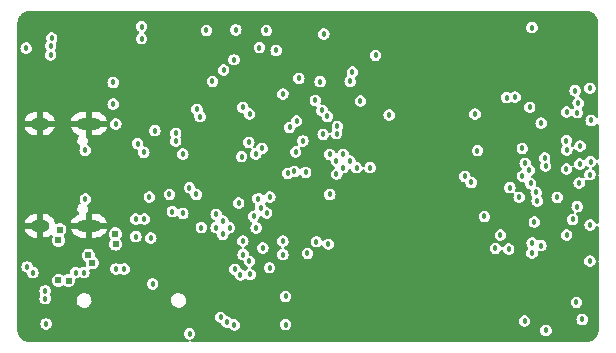
<source format=gbr>
%TF.GenerationSoftware,KiCad,Pcbnew,7.0.2-0*%
%TF.CreationDate,2023-05-15T12:10:58+08:00*%
%TF.ProjectId,slimarm_carambola,736c696d-6172-46d5-9f63-6172616d626f,rev?*%
%TF.SameCoordinates,Original*%
%TF.FileFunction,Copper,L3,Inr*%
%TF.FilePolarity,Positive*%
%FSLAX46Y46*%
G04 Gerber Fmt 4.6, Leading zero omitted, Abs format (unit mm)*
G04 Created by KiCad (PCBNEW 7.0.2-0) date 2023-05-15 12:10:58*
%MOMM*%
%LPD*%
G01*
G04 APERTURE LIST*
%TA.AperFunction,ComponentPad*%
%ADD10O,2.100000X1.000000*%
%TD*%
%TA.AperFunction,ComponentPad*%
%ADD11O,1.600000X1.000000*%
%TD*%
%TA.AperFunction,ViaPad*%
%ADD12C,0.609600*%
%TD*%
%TA.AperFunction,ViaPad*%
%ADD13C,0.457200*%
%TD*%
G04 APERTURE END LIST*
D10*
%TO.N,GND*%
%TO.C,J1*%
X21861000Y-23000000D03*
D11*
X17681000Y-23000000D03*
D10*
X21861000Y-31640000D03*
D11*
X17681000Y-31640000D03*
%TD*%
D12*
%TO.N,/1v0_CPUCORE*%
X24090000Y-32330000D03*
X24110000Y-33190000D03*
D13*
%TO.N,GND*%
X21830000Y-20850000D03*
X18890000Y-20750000D03*
X29040000Y-16640000D03*
%TO.N,/JTAG_TDI*%
X18610000Y-16400000D03*
%TO.N,GND*%
X64060000Y-15260000D03*
X57490000Y-15080000D03*
%TO.N,Net-(U1A-PC1)*%
X59370000Y-14870000D03*
%TO.N,/DP*%
X34220700Y-35330700D03*
X25830000Y-31080000D03*
%TO.N,/DN*%
X26560000Y-31071900D03*
X34680000Y-35810000D03*
%TO.N,/USBD_FS_DP*%
X34910499Y-34084084D03*
X25830000Y-32560000D03*
%TO.N,/USBD_FS_DN*%
X35453018Y-34649522D03*
X27100000Y-32680000D03*
%TO.N,/SD_DET*%
X29807386Y-25587332D03*
%TO.N,Net-(U1C-PD5)*%
X34180000Y-40043900D03*
X36584389Y-33518151D03*
%TO.N,/DDR_CS*%
X39440371Y-22770529D03*
X59570000Y-31340000D03*
%TO.N,/DDR_DQM0*%
X42030000Y-22380000D03*
X44840000Y-21090000D03*
%TO.N,/DDR_WE*%
X57499750Y-28422114D03*
X42900000Y-23230000D03*
%TO.N,/DDR_D12*%
X54544202Y-22190000D03*
X47280000Y-22270000D03*
%TO.N,/DDR_D8*%
X44170000Y-18620000D03*
X63280000Y-21250000D03*
%TO.N,/DDR_D2*%
X45663159Y-26730338D03*
X58553460Y-25094167D03*
%TO.N,/DDR_DQM1*%
X57935000Y-20755000D03*
X41590000Y-21880000D03*
%TO.N,/DDR_RAS*%
X59810000Y-29550000D03*
X36510000Y-25100000D03*
%TO.N,/DDR_CKE*%
X41686782Y-23901499D03*
X54220000Y-27980000D03*
%TO.N,/DDR_D13*%
X62292313Y-24429649D03*
X43383837Y-25598555D03*
%TO.N,/DDR_D7*%
X43949522Y-26153018D03*
X62321847Y-25242510D03*
%TO.N,/DDR_D5*%
X62292313Y-26829950D03*
X44515207Y-26729926D03*
%TO.N,/DDR_A10*%
X55340000Y-30861400D03*
X38847130Y-23324591D03*
%TO.N,/DDR_CAS*%
X39978501Y-24455960D03*
X58291813Y-29230250D03*
%TO.N,/DDR_D15*%
X62300350Y-22021313D03*
X39350000Y-25390000D03*
%TO.N,/DDR_D11*%
X40210000Y-27120000D03*
X46130000Y-17210000D03*
%TO.N,/DDR_D6*%
X41445000Y-19445000D03*
X42818151Y-26153018D03*
X41024004Y-21024004D03*
X43970000Y-19420000D03*
%TO.N,/DDR_D9*%
X42820000Y-23850000D03*
X43383837Y-26718703D03*
%TO.N,/DDR_A11*%
X36390000Y-30100000D03*
X60120000Y-33330000D03*
%TO.N,/DDR_CLKP*%
X39250000Y-27050000D03*
X59250000Y-28060000D03*
%TO.N,/DDR_D10*%
X60140000Y-22960000D03*
X42241243Y-25598555D03*
%TO.N,/DDR_D1*%
X37175000Y-29205000D03*
X59130000Y-26950000D03*
%TO.N,Net-(U1A-PC1)*%
X35464241Y-22193220D03*
%TO.N,/DDR_A9*%
X59374202Y-33964202D03*
X36910000Y-30560000D03*
%TO.N,/DDR_A7*%
X41109870Y-32999870D03*
X57400000Y-33630000D03*
%TO.N,/DDR_A3*%
X56699649Y-32438686D03*
X42140000Y-33210000D03*
%TO.N,/DDR_A0*%
X62820339Y-31109661D03*
X38281445Y-34083837D03*
%TO.N,/DDR_A1*%
X40360000Y-33980000D03*
X59390000Y-33100000D03*
%TO.N,/DEBUG_TXD*%
X27440000Y-23600000D03*
X31810000Y-15110000D03*
X31010000Y-21780000D03*
X29207700Y-23820000D03*
%TO.N,/JTAG_TDI*%
X32635813Y-30678501D03*
%TO.N,/JTAG_TDO*%
X33201499Y-31244187D03*
%TO.N,/JTAG_RST*%
X23910000Y-19510000D03*
X33767184Y-31809872D03*
%TO.N,/DEBUG_RXD*%
X29207700Y-24470000D03*
X34294936Y-15054936D03*
X26510000Y-25430000D03*
X31270000Y-22410000D03*
%TO.N,/JTAG_TCK*%
X32629926Y-31809900D03*
X18620000Y-17200000D03*
%TO.N,/JTAG_TMS*%
X18705295Y-15738600D03*
X33190276Y-32375557D03*
%TO.N,/DDR_A8*%
X38281445Y-32952466D03*
X62308886Y-32431139D03*
%TO.N,Net-(U2-VREF)*%
X58550000Y-27430000D03*
X60560000Y-40510000D03*
X63620000Y-39580000D03*
X61500250Y-29238286D03*
%TO.N,Net-(U1A-PC2)*%
X41740000Y-15420000D03*
X34898555Y-21627534D03*
%TO.N,GND*%
X35620000Y-26350000D03*
X37910000Y-27920000D03*
X38130000Y-14830000D03*
X61639005Y-33459005D03*
X39430000Y-15110000D03*
X26560000Y-35550000D03*
X63380000Y-25650000D03*
X50960000Y-39850000D03*
X59130000Y-24850000D03*
X61800000Y-37650000D03*
X42840000Y-39860000D03*
X40640000Y-18930000D03*
X16660000Y-39100000D03*
X30938757Y-25598555D03*
X17870000Y-26680000D03*
X56620000Y-39860000D03*
X62300350Y-27638086D03*
X63010000Y-36850000D03*
X35970000Y-28720000D03*
X32533162Y-17743162D03*
X27730000Y-33590000D03*
X19250000Y-38460000D03*
X64510000Y-38050000D03*
X18270000Y-34370000D03*
X34330034Y-33506950D03*
X30938757Y-25598555D03*
X31830000Y-35310000D03*
X18640000Y-34760000D03*
X58310000Y-28420000D03*
X28370000Y-40350000D03*
X60740000Y-21180000D03*
X22090000Y-40260000D03*
X42890000Y-36970000D03*
X29773162Y-20503162D03*
X63730000Y-18720000D03*
X19220000Y-37745100D03*
X19595835Y-40533700D03*
X62304900Y-28434700D03*
X30130000Y-36820000D03*
X36090000Y-22840000D03*
X35540000Y-36480000D03*
X63380000Y-24120000D03*
X61670000Y-19620000D03*
X63810000Y-40720000D03*
X53730000Y-25820000D03*
X17524037Y-40597233D03*
X55650000Y-32800000D03*
X45470000Y-39720000D03*
X38950000Y-19840000D03*
X18630000Y-18020000D03*
X26550000Y-36110000D03*
X37620000Y-39950000D03*
X63050000Y-35670000D03*
X39266838Y-38376838D03*
X32391219Y-39025102D03*
X64380000Y-17070000D03*
X30890000Y-33380000D03*
X58730000Y-21110000D03*
%TO.N,+5V*%
X18160000Y-37150000D03*
X18230000Y-39950000D03*
X17110000Y-35610000D03*
X18160000Y-37820000D03*
X21550000Y-29390000D03*
X16620000Y-35120000D03*
X21420000Y-35610000D03*
X24840000Y-35300000D03*
X21530000Y-25260000D03*
X20740000Y-35610000D03*
X24150000Y-35290000D03*
%TO.N,/DDR_D0*%
X42818151Y-27284389D03*
X60450000Y-25910000D03*
%TO.N,/3v3*%
X34898556Y-32941243D03*
X33268676Y-18468676D03*
X26320000Y-14780000D03*
X38287056Y-20480000D03*
X23910000Y-21350000D03*
X38509000Y-40006400D03*
X16540000Y-16610000D03*
X34143676Y-17593676D03*
D12*
X20140000Y-36281829D03*
X19270000Y-36269900D03*
D13*
X32318676Y-19418676D03*
X36018703Y-31821095D03*
X35498426Y-35768283D03*
X37710000Y-16800000D03*
X36890000Y-15110000D03*
X36290000Y-16560000D03*
X26310000Y-15810000D03*
X34780000Y-25800000D03*
X25980000Y-24690000D03*
X35390000Y-24580000D03*
%TO.N,/1v8_CPUMEM*%
X33540000Y-39808600D03*
D12*
X19267500Y-32867710D03*
D13*
X35980000Y-25570000D03*
X42252468Y-28992668D03*
X39640000Y-19160000D03*
X36170000Y-29340000D03*
D12*
X19390000Y-31970000D03*
D13*
X24140000Y-23030000D03*
%TO.N,/1v8_DDR*%
X63440000Y-24900000D03*
X57220000Y-20790000D03*
X63137900Y-38130000D03*
X56280000Y-33560000D03*
X64330000Y-26210000D03*
X64300000Y-31570000D03*
X63200000Y-22080000D03*
X59180000Y-21610000D03*
X63360000Y-28020000D03*
X58740000Y-39700000D03*
D12*
X22150000Y-34763000D03*
D13*
X63030000Y-20200000D03*
X60520000Y-26600000D03*
D12*
X21810000Y-34140000D03*
D13*
X64280000Y-34640000D03*
X30380000Y-40780000D03*
X64280000Y-27330000D03*
X63200000Y-30030000D03*
X53690000Y-27460000D03*
X64280000Y-20000000D03*
X63410000Y-26430000D03*
X64390000Y-22730000D03*
X58790000Y-26350000D03*
X54750000Y-25290000D03*
%TO.N,/1v0_CPUCORE*%
X37150074Y-35203985D03*
X38503162Y-37633162D03*
X35800000Y-30850000D03*
X27260000Y-36560000D03*
X34540000Y-29710000D03*
%TO.N,/DDR_CLKN*%
X59720000Y-28810000D03*
X38688236Y-27208525D03*
%TO.N,Net-(SW1-A)*%
X33000000Y-39390000D03*
X31376337Y-31796342D03*
%TO.N,/MCI0_CDA*%
X30938757Y-28981445D03*
%TO.N,/MCI0_CK*%
X30361849Y-28426982D03*
%TO.N,/MCI0_DA2*%
X28920000Y-30439100D03*
%TO.N,/MCI0_DA0*%
X28669968Y-28981473D03*
%TO.N,/MCI0_DA1*%
X29810000Y-30600000D03*
%TO.N,/MCI0_DA3*%
X26970000Y-29220900D03*
%TD*%
%TA.AperFunction,Conductor*%
%TO.N,GND*%
G36*
X64016145Y-13463187D02*
G01*
X64057176Y-13467527D01*
X64179281Y-13481729D01*
X64198795Y-13485609D01*
X64265223Y-13504467D01*
X64268968Y-13505594D01*
X64356698Y-13533573D01*
X64372709Y-13539935D01*
X64439396Y-13571972D01*
X64445274Y-13574993D01*
X64491699Y-13600436D01*
X64521752Y-13616908D01*
X64534110Y-13624660D01*
X64595731Y-13668566D01*
X64603070Y-13674220D01*
X64668970Y-13729056D01*
X64677763Y-13737120D01*
X64731315Y-13791202D01*
X64739297Y-13800080D01*
X64793472Y-13866507D01*
X64799069Y-13873919D01*
X64842364Y-13935966D01*
X64849994Y-13948402D01*
X64891144Y-14025271D01*
X64894118Y-14031202D01*
X64925488Y-14098185D01*
X64931697Y-14114267D01*
X64958802Y-14202246D01*
X64959912Y-14206067D01*
X64978111Y-14272661D01*
X64981798Y-14292202D01*
X64994425Y-14410623D01*
X64998844Y-14456751D01*
X64999405Y-14468444D01*
X65001456Y-19889456D01*
X64981797Y-19956503D01*
X64929481Y-20001869D01*
X64971250Y-20028712D01*
X65000277Y-20092267D01*
X65001539Y-20109869D01*
X65002393Y-22366521D01*
X64982734Y-22433568D01*
X64929947Y-22479343D01*
X64860792Y-22489313D01*
X64797226Y-22460312D01*
X64784680Y-22447770D01*
X64709619Y-22361144D01*
X64592750Y-22286037D01*
X64459459Y-22246900D01*
X64320541Y-22246900D01*
X64187249Y-22286037D01*
X64070380Y-22361144D01*
X63979411Y-22466129D01*
X63921701Y-22592494D01*
X63901932Y-22729999D01*
X63921701Y-22867505D01*
X63979411Y-22993870D01*
X64070380Y-23098855D01*
X64070382Y-23098856D01*
X64070383Y-23098857D01*
X64187249Y-23173962D01*
X64320541Y-23213100D01*
X64459459Y-23213100D01*
X64592751Y-23173962D01*
X64709617Y-23098857D01*
X64784955Y-23011910D01*
X64843732Y-22974137D01*
X64913602Y-22974137D01*
X64972380Y-23011911D01*
X65001406Y-23075466D01*
X65002668Y-23093067D01*
X65003750Y-25952307D01*
X64984091Y-26019354D01*
X64931304Y-26065129D01*
X64862149Y-26075099D01*
X64798583Y-26046098D01*
X64766956Y-26003866D01*
X64745181Y-25956187D01*
X64740589Y-25946131D01*
X64740588Y-25946130D01*
X64740588Y-25946129D01*
X64649619Y-25841144D01*
X64532750Y-25766037D01*
X64399459Y-25726900D01*
X64260541Y-25726900D01*
X64127249Y-25766037D01*
X64010380Y-25841144D01*
X63919412Y-25946128D01*
X63895187Y-25999173D01*
X63849431Y-26051976D01*
X63782392Y-26071660D01*
X63715355Y-26051976D01*
X63612752Y-25986038D01*
X63479459Y-25946900D01*
X63340541Y-25946900D01*
X63207249Y-25986037D01*
X63090380Y-26061144D01*
X62999411Y-26166129D01*
X62941701Y-26292494D01*
X62923987Y-26415707D01*
X62921932Y-26430000D01*
X62928863Y-26478206D01*
X62918919Y-26547365D01*
X62873164Y-26600169D01*
X62806125Y-26619853D01*
X62739085Y-26600168D01*
X62712412Y-26577055D01*
X62611932Y-26461094D01*
X62495063Y-26385987D01*
X62361772Y-26346850D01*
X62222854Y-26346850D01*
X62089562Y-26385987D01*
X61972693Y-26461094D01*
X61881724Y-26566079D01*
X61824014Y-26692444D01*
X61804245Y-26829949D01*
X61824014Y-26967455D01*
X61881724Y-27093820D01*
X61972693Y-27198805D01*
X61972695Y-27198806D01*
X61972696Y-27198807D01*
X62089562Y-27273912D01*
X62222854Y-27313050D01*
X62361772Y-27313050D01*
X62495064Y-27273912D01*
X62611930Y-27198807D01*
X62614251Y-27196129D01*
X62702901Y-27093820D01*
X62702900Y-27093820D01*
X62702902Y-27093819D01*
X62760611Y-26967455D01*
X62780381Y-26829950D01*
X62773449Y-26781740D01*
X62783392Y-26712586D01*
X62829147Y-26659781D01*
X62896186Y-26640096D01*
X62963225Y-26659780D01*
X62989900Y-26682894D01*
X63090380Y-26798855D01*
X63090382Y-26798856D01*
X63090383Y-26798857D01*
X63207249Y-26873962D01*
X63340541Y-26913100D01*
X63479459Y-26913100D01*
X63612751Y-26873962D01*
X63729617Y-26798857D01*
X63734620Y-26793084D01*
X63788730Y-26730636D01*
X63820589Y-26693869D01*
X63844813Y-26640825D01*
X63890566Y-26588024D01*
X63957605Y-26568339D01*
X64024644Y-26588023D01*
X64064864Y-26613870D01*
X64127249Y-26653962D01*
X64127250Y-26653962D01*
X64131017Y-26656383D01*
X64176773Y-26709186D01*
X64186717Y-26778345D01*
X64157693Y-26841901D01*
X64098916Y-26879675D01*
X64077252Y-26886036D01*
X63960380Y-26961144D01*
X63869411Y-27066129D01*
X63811701Y-27192494D01*
X63791932Y-27329999D01*
X63814239Y-27485152D01*
X63812991Y-27485331D01*
X63819785Y-27532596D01*
X63790759Y-27596151D01*
X63731980Y-27633924D01*
X63662110Y-27633922D01*
X63630009Y-27619262D01*
X63562750Y-27576037D01*
X63429459Y-27536900D01*
X63290541Y-27536900D01*
X63157249Y-27576037D01*
X63040380Y-27651144D01*
X62949411Y-27756129D01*
X62891701Y-27882494D01*
X62871932Y-28020000D01*
X62891701Y-28157505D01*
X62949411Y-28283870D01*
X63040380Y-28388855D01*
X63040382Y-28388856D01*
X63040383Y-28388857D01*
X63157249Y-28463962D01*
X63290541Y-28503100D01*
X63429459Y-28503100D01*
X63562751Y-28463962D01*
X63679617Y-28388857D01*
X63770589Y-28283869D01*
X63828298Y-28157505D01*
X63848068Y-28020000D01*
X63828298Y-27882495D01*
X63828298Y-27882494D01*
X63825761Y-27864848D01*
X63827008Y-27864668D01*
X63820213Y-27817408D01*
X63849237Y-27753852D01*
X63908015Y-27716076D01*
X63977884Y-27716075D01*
X64009987Y-27730736D01*
X64077249Y-27773962D01*
X64210541Y-27813100D01*
X64349459Y-27813100D01*
X64482751Y-27773962D01*
X64599617Y-27698857D01*
X64606301Y-27691144D01*
X64690588Y-27593870D01*
X64690587Y-27593870D01*
X64690589Y-27593869D01*
X64748298Y-27467505D01*
X64757567Y-27403031D01*
X64786591Y-27339477D01*
X64798555Y-27331787D01*
X64761272Y-27273822D01*
X64757499Y-27256494D01*
X64748821Y-27196131D01*
X64748298Y-27192494D01*
X64690588Y-27066129D01*
X64599619Y-26961144D01*
X64568614Y-26941219D01*
X64482751Y-26886038D01*
X64482748Y-26886037D01*
X64478981Y-26883616D01*
X64433226Y-26830812D01*
X64423282Y-26761654D01*
X64452306Y-26698098D01*
X64511081Y-26660324D01*
X64532751Y-26653962D01*
X64649617Y-26578857D01*
X64651179Y-26577055D01*
X64740588Y-26473870D01*
X64740587Y-26473870D01*
X64740589Y-26473869D01*
X64766612Y-26416887D01*
X64767151Y-26415707D01*
X64812906Y-26362903D01*
X64879945Y-26343219D01*
X64946985Y-26362904D01*
X64992740Y-26415708D01*
X65003945Y-26467172D01*
X65004236Y-27238795D01*
X64984577Y-27305842D01*
X64957806Y-27329056D01*
X64974017Y-27339474D01*
X65003043Y-27403029D01*
X65004305Y-27420631D01*
X65005804Y-31382495D01*
X64986145Y-31449542D01*
X64933358Y-31495317D01*
X64864203Y-31505287D01*
X64800637Y-31476286D01*
X64769010Y-31434054D01*
X64727824Y-31343870D01*
X64710589Y-31306131D01*
X64710588Y-31306130D01*
X64710588Y-31306129D01*
X64619619Y-31201144D01*
X64502750Y-31126037D01*
X64369459Y-31086900D01*
X64230541Y-31086900D01*
X64097249Y-31126037D01*
X63980380Y-31201144D01*
X63889411Y-31306129D01*
X63831701Y-31432494D01*
X63812924Y-31563100D01*
X63811932Y-31570000D01*
X63812091Y-31571103D01*
X63831701Y-31707505D01*
X63889411Y-31833870D01*
X63980380Y-31938855D01*
X63980382Y-31938856D01*
X63980383Y-31938857D01*
X64097249Y-32013962D01*
X64230541Y-32053100D01*
X64369459Y-32053100D01*
X64502751Y-32013962D01*
X64619617Y-31938857D01*
X64710589Y-31833869D01*
X64768298Y-31707505D01*
X64768298Y-31707504D01*
X64769152Y-31705635D01*
X64814907Y-31652831D01*
X64881946Y-31633147D01*
X64948986Y-31652832D01*
X64994740Y-31705636D01*
X65005946Y-31757100D01*
X65007009Y-34568082D01*
X64987350Y-34635129D01*
X64981358Y-34640324D01*
X65005802Y-34693845D01*
X65007064Y-34711446D01*
X65009243Y-40471810D01*
X65008555Y-40484904D01*
X65004333Y-40524808D01*
X64994881Y-40605853D01*
X64990025Y-40647505D01*
X64989724Y-40650082D01*
X64985844Y-40669581D01*
X64967328Y-40734794D01*
X64966180Y-40738605D01*
X64937270Y-40829246D01*
X64930902Y-40845265D01*
X64899133Y-40911389D01*
X64896102Y-40917289D01*
X64853008Y-40995913D01*
X64845253Y-41008275D01*
X64801557Y-41069594D01*
X64795891Y-41076947D01*
X64739627Y-41144563D01*
X64731557Y-41153363D01*
X64677694Y-41206696D01*
X64668815Y-41214678D01*
X64600631Y-41270283D01*
X64593219Y-41275879D01*
X64531489Y-41318951D01*
X64519055Y-41326581D01*
X64439997Y-41368902D01*
X64434064Y-41371876D01*
X64367629Y-41402988D01*
X64351550Y-41409195D01*
X64260629Y-41437207D01*
X64256805Y-41438318D01*
X64191418Y-41456186D01*
X64171879Y-41459873D01*
X64046750Y-41473215D01*
X64043681Y-41473509D01*
X64005780Y-41477140D01*
X63994061Y-41477700D01*
X30581037Y-41477700D01*
X30513998Y-41458015D01*
X30468243Y-41405211D01*
X30458299Y-41336053D01*
X30487324Y-41272497D01*
X30546102Y-41234723D01*
X30582751Y-41223962D01*
X30699617Y-41148857D01*
X30729225Y-41114688D01*
X30772122Y-41065181D01*
X30790589Y-41043869D01*
X30848298Y-40917505D01*
X30868068Y-40780000D01*
X30849389Y-40650082D01*
X30848298Y-40642494D01*
X30790588Y-40516129D01*
X30699619Y-40411144D01*
X30582750Y-40336037D01*
X30449459Y-40296900D01*
X30310541Y-40296900D01*
X30177249Y-40336037D01*
X30060380Y-40411144D01*
X29969411Y-40516129D01*
X29911701Y-40642494D01*
X29891932Y-40780000D01*
X29911701Y-40917505D01*
X29969411Y-41043870D01*
X30060380Y-41148855D01*
X30060382Y-41148856D01*
X30060383Y-41148857D01*
X30111830Y-41181920D01*
X30177249Y-41223962D01*
X30213898Y-41234723D01*
X30272676Y-41272497D01*
X30301701Y-41336053D01*
X30291757Y-41405212D01*
X30246002Y-41458016D01*
X30178963Y-41477700D01*
X16796807Y-41477700D01*
X16783765Y-41477012D01*
X16744925Y-41472904D01*
X16629467Y-41459416D01*
X16620030Y-41458313D01*
X16600565Y-41454439D01*
X16537708Y-41436596D01*
X16533897Y-41435448D01*
X16442541Y-41406316D01*
X16426523Y-41399950D01*
X16362188Y-41369046D01*
X16356286Y-41366014D01*
X16277427Y-41322797D01*
X16265069Y-41315046D01*
X16205238Y-41272419D01*
X16197901Y-41266766D01*
X16130152Y-41210398D01*
X16121368Y-41202343D01*
X16069280Y-41149745D01*
X16061303Y-41140874D01*
X16039796Y-41114505D01*
X16005609Y-41072590D01*
X16000021Y-41065190D01*
X15957968Y-41004932D01*
X15950354Y-40992524D01*
X15907883Y-40913200D01*
X15904930Y-40907312D01*
X15874649Y-40842666D01*
X15868447Y-40826606D01*
X15840194Y-40734929D01*
X15839112Y-40731206D01*
X15821869Y-40668129D01*
X15818186Y-40648619D01*
X15804485Y-40520233D01*
X15801063Y-40484552D01*
X15800500Y-40472758D01*
X15800500Y-39950000D01*
X17741932Y-39950000D01*
X17761701Y-40087505D01*
X17819411Y-40213870D01*
X17910380Y-40318855D01*
X17910382Y-40318856D01*
X17910383Y-40318857D01*
X18027249Y-40393962D01*
X18160541Y-40433100D01*
X18299459Y-40433100D01*
X18432751Y-40393962D01*
X18549617Y-40318857D01*
X18550582Y-40317744D01*
X18640588Y-40213870D01*
X18640587Y-40213870D01*
X18640589Y-40213869D01*
X18698298Y-40087505D01*
X18718068Y-39950000D01*
X18698298Y-39812495D01*
X18640589Y-39686131D01*
X18640588Y-39686130D01*
X18640588Y-39686129D01*
X18549619Y-39581144D01*
X18432750Y-39506037D01*
X18299459Y-39466900D01*
X18160541Y-39466900D01*
X18027249Y-39506037D01*
X17910380Y-39581144D01*
X17819411Y-39686129D01*
X17761701Y-39812494D01*
X17741932Y-39950000D01*
X15800500Y-39950000D01*
X15800500Y-39390000D01*
X32511932Y-39390000D01*
X32531701Y-39527505D01*
X32589411Y-39653870D01*
X32680380Y-39758855D01*
X32680382Y-39758856D01*
X32680383Y-39758857D01*
X32797249Y-39833962D01*
X32930541Y-39873100D01*
X32958671Y-39873100D01*
X33025710Y-39892785D01*
X33071465Y-39945588D01*
X33129411Y-40072470D01*
X33220380Y-40177455D01*
X33220382Y-40177456D01*
X33220383Y-40177457D01*
X33337249Y-40252562D01*
X33470541Y-40291700D01*
X33609457Y-40291700D01*
X33609459Y-40291700D01*
X33649408Y-40279970D01*
X33719275Y-40279970D01*
X33778053Y-40317744D01*
X33778054Y-40317745D01*
X33860380Y-40412755D01*
X33860382Y-40412756D01*
X33860383Y-40412757D01*
X33977249Y-40487862D01*
X34110541Y-40527000D01*
X34249459Y-40527000D01*
X34307356Y-40510000D01*
X60071932Y-40510000D01*
X60091701Y-40647505D01*
X60149411Y-40773870D01*
X60240380Y-40878855D01*
X60240382Y-40878856D01*
X60240383Y-40878857D01*
X60357249Y-40953962D01*
X60490541Y-40993100D01*
X60629459Y-40993100D01*
X60762751Y-40953962D01*
X60879617Y-40878857D01*
X60908725Y-40845265D01*
X60970588Y-40773870D01*
X60970587Y-40773870D01*
X60970589Y-40773869D01*
X61028298Y-40647505D01*
X61048068Y-40510000D01*
X61028298Y-40372495D01*
X61003294Y-40317745D01*
X60970588Y-40246129D01*
X60879619Y-40141144D01*
X60762750Y-40066037D01*
X60629459Y-40026900D01*
X60490541Y-40026900D01*
X60357249Y-40066037D01*
X60240380Y-40141144D01*
X60149411Y-40246129D01*
X60091701Y-40372494D01*
X60071932Y-40510000D01*
X34307356Y-40510000D01*
X34382751Y-40487862D01*
X34499617Y-40412757D01*
X34532113Y-40375255D01*
X34590588Y-40307770D01*
X34590587Y-40307770D01*
X34590589Y-40307769D01*
X34648298Y-40181405D01*
X34668068Y-40043900D01*
X34662676Y-40006400D01*
X38020932Y-40006400D01*
X38040701Y-40143905D01*
X38098411Y-40270270D01*
X38189380Y-40375255D01*
X38189382Y-40375256D01*
X38189383Y-40375257D01*
X38306249Y-40450362D01*
X38439541Y-40489500D01*
X38578459Y-40489500D01*
X38711751Y-40450362D01*
X38828617Y-40375257D01*
X38831011Y-40372495D01*
X38919588Y-40270270D01*
X38919587Y-40270270D01*
X38919589Y-40270269D01*
X38977298Y-40143905D01*
X38997068Y-40006400D01*
X38977298Y-39868895D01*
X38965869Y-39843870D01*
X38919588Y-39742529D01*
X38882737Y-39700000D01*
X58251932Y-39700000D01*
X58271701Y-39837505D01*
X58329411Y-39963870D01*
X58420380Y-40068855D01*
X58420382Y-40068856D01*
X58420383Y-40068857D01*
X58537249Y-40143962D01*
X58670541Y-40183100D01*
X58809459Y-40183100D01*
X58942751Y-40143962D01*
X59059617Y-40068857D01*
X59064606Y-40063100D01*
X59150588Y-39963870D01*
X59150587Y-39963870D01*
X59150589Y-39963869D01*
X59208298Y-39837505D01*
X59228068Y-39700000D01*
X59210815Y-39580000D01*
X63131932Y-39580000D01*
X63151701Y-39717505D01*
X63209411Y-39843870D01*
X63300380Y-39948855D01*
X63300382Y-39948856D01*
X63300383Y-39948857D01*
X63417249Y-40023962D01*
X63550541Y-40063100D01*
X63689459Y-40063100D01*
X63822751Y-40023962D01*
X63939617Y-39948857D01*
X64030589Y-39843869D01*
X64088298Y-39717505D01*
X64108068Y-39580000D01*
X64088298Y-39442495D01*
X64087041Y-39439743D01*
X64030588Y-39316129D01*
X63939619Y-39211144D01*
X63822750Y-39136037D01*
X63689459Y-39096900D01*
X63550541Y-39096900D01*
X63417249Y-39136037D01*
X63300380Y-39211144D01*
X63209411Y-39316129D01*
X63151701Y-39442494D01*
X63131932Y-39580000D01*
X59210815Y-39580000D01*
X59208298Y-39562495D01*
X59200185Y-39544731D01*
X59152239Y-39439744D01*
X59150589Y-39436131D01*
X59150588Y-39436130D01*
X59150588Y-39436129D01*
X59059619Y-39331144D01*
X58942750Y-39256037D01*
X58809459Y-39216900D01*
X58670541Y-39216900D01*
X58537249Y-39256037D01*
X58420380Y-39331144D01*
X58329411Y-39436129D01*
X58271701Y-39562494D01*
X58251932Y-39700000D01*
X38882737Y-39700000D01*
X38828619Y-39637544D01*
X38711750Y-39562437D01*
X38578459Y-39523300D01*
X38439541Y-39523300D01*
X38306249Y-39562437D01*
X38189380Y-39637544D01*
X38098411Y-39742529D01*
X38040701Y-39868894D01*
X38020932Y-40006400D01*
X34662676Y-40006400D01*
X34648298Y-39906395D01*
X34642082Y-39892785D01*
X34590588Y-39780029D01*
X34499619Y-39675044D01*
X34382750Y-39599937D01*
X34249459Y-39560800D01*
X34110541Y-39560800D01*
X34092585Y-39566072D01*
X34070591Y-39572530D01*
X34000722Y-39572529D01*
X33941945Y-39534754D01*
X33859619Y-39439744D01*
X33742750Y-39364637D01*
X33609459Y-39325500D01*
X33581329Y-39325500D01*
X33514290Y-39305815D01*
X33468535Y-39253012D01*
X33410588Y-39126129D01*
X33319619Y-39021144D01*
X33202750Y-38946037D01*
X33069459Y-38906900D01*
X32930541Y-38906900D01*
X32797249Y-38946037D01*
X32680380Y-39021144D01*
X32589411Y-39126129D01*
X32531701Y-39252494D01*
X32511932Y-39390000D01*
X15800500Y-39390000D01*
X15800500Y-37820000D01*
X17671932Y-37820000D01*
X17691701Y-37957505D01*
X17749411Y-38083870D01*
X17840380Y-38188855D01*
X17840382Y-38188856D01*
X17840383Y-38188857D01*
X17957249Y-38263962D01*
X18090541Y-38303100D01*
X18229459Y-38303100D01*
X18362751Y-38263962D01*
X18479617Y-38188857D01*
X18570589Y-38083869D01*
X18628298Y-37957505D01*
X18632211Y-37930288D01*
X20818760Y-37930288D01*
X20828715Y-38088513D01*
X20828716Y-38088516D01*
X20877709Y-38239300D01*
X20962660Y-38373162D01*
X21078233Y-38481693D01*
X21217166Y-38558072D01*
X21217168Y-38558073D01*
X21370726Y-38597500D01*
X21370728Y-38597500D01*
X21485582Y-38597500D01*
X21489476Y-38597500D01*
X21607293Y-38582616D01*
X21754703Y-38524253D01*
X21882967Y-38431063D01*
X21984026Y-38308903D01*
X22051531Y-38165449D01*
X22081239Y-38009714D01*
X22076242Y-37930288D01*
X28818760Y-37930288D01*
X28828715Y-38088513D01*
X28828716Y-38088516D01*
X28877709Y-38239300D01*
X28962660Y-38373162D01*
X29078233Y-38481693D01*
X29217166Y-38558072D01*
X29217168Y-38558073D01*
X29370726Y-38597500D01*
X29370728Y-38597500D01*
X29485582Y-38597500D01*
X29489476Y-38597500D01*
X29607293Y-38582616D01*
X29754703Y-38524253D01*
X29882967Y-38431063D01*
X29984026Y-38308903D01*
X30051531Y-38165449D01*
X30058293Y-38129999D01*
X62649832Y-38129999D01*
X62669601Y-38267505D01*
X62727311Y-38393870D01*
X62818280Y-38498855D01*
X62818282Y-38498856D01*
X62818283Y-38498857D01*
X62935149Y-38573962D01*
X63068441Y-38613100D01*
X63207359Y-38613100D01*
X63340651Y-38573962D01*
X63457517Y-38498857D01*
X63472391Y-38481692D01*
X63548488Y-38393870D01*
X63548487Y-38393870D01*
X63548489Y-38393869D01*
X63606198Y-38267505D01*
X63625968Y-38130000D01*
X63606198Y-37992495D01*
X63590218Y-37957505D01*
X63548488Y-37866129D01*
X63457519Y-37761144D01*
X63340650Y-37686037D01*
X63207359Y-37646900D01*
X63068441Y-37646900D01*
X62935149Y-37686037D01*
X62818280Y-37761144D01*
X62727311Y-37866129D01*
X62669601Y-37992494D01*
X62649832Y-38129999D01*
X30058293Y-38129999D01*
X30081239Y-38009714D01*
X30071284Y-37851484D01*
X30022291Y-37700700D01*
X29979430Y-37633162D01*
X38015094Y-37633162D01*
X38034863Y-37770667D01*
X38092573Y-37897032D01*
X38183542Y-38002017D01*
X38183544Y-38002018D01*
X38183545Y-38002019D01*
X38300411Y-38077124D01*
X38433703Y-38116262D01*
X38572621Y-38116262D01*
X38705913Y-38077124D01*
X38822779Y-38002019D01*
X38831033Y-37992494D01*
X38913750Y-37897032D01*
X38913749Y-37897032D01*
X38913751Y-37897031D01*
X38971460Y-37770667D01*
X38991230Y-37633162D01*
X38973369Y-37508936D01*
X38971460Y-37495656D01*
X38913750Y-37369291D01*
X38822781Y-37264306D01*
X38705912Y-37189199D01*
X38572621Y-37150062D01*
X38433703Y-37150062D01*
X38300411Y-37189199D01*
X38183542Y-37264306D01*
X38092573Y-37369291D01*
X38034863Y-37495656D01*
X38015094Y-37633162D01*
X29979430Y-37633162D01*
X29937340Y-37566838D01*
X29913041Y-37544020D01*
X29821767Y-37458307D01*
X29682831Y-37381926D01*
X29529274Y-37342500D01*
X29529272Y-37342500D01*
X29410524Y-37342500D01*
X29406665Y-37342987D01*
X29406657Y-37342988D01*
X29292710Y-37357383D01*
X29145296Y-37415747D01*
X29017033Y-37508936D01*
X28915974Y-37631096D01*
X28848469Y-37774551D01*
X28818760Y-37930288D01*
X22076242Y-37930288D01*
X22071284Y-37851484D01*
X22022291Y-37700700D01*
X21937340Y-37566838D01*
X21913041Y-37544020D01*
X21821767Y-37458307D01*
X21682831Y-37381926D01*
X21529274Y-37342500D01*
X21529272Y-37342500D01*
X21410524Y-37342500D01*
X21406665Y-37342987D01*
X21406657Y-37342988D01*
X21292710Y-37357383D01*
X21145296Y-37415747D01*
X21017033Y-37508936D01*
X20915974Y-37631096D01*
X20848469Y-37774551D01*
X20818760Y-37930288D01*
X18632211Y-37930288D01*
X18648068Y-37820000D01*
X18630915Y-37700699D01*
X18628298Y-37682494D01*
X18563183Y-37539914D01*
X18566598Y-37538354D01*
X18550292Y-37502650D01*
X18560233Y-37433491D01*
X18565053Y-37425990D01*
X18596386Y-37357383D01*
X18628298Y-37287505D01*
X18648068Y-37150000D01*
X18628298Y-37012495D01*
X18590101Y-36928857D01*
X18570588Y-36886129D01*
X18479619Y-36781144D01*
X18362750Y-36706037D01*
X18229459Y-36666900D01*
X18090541Y-36666900D01*
X17957249Y-36706037D01*
X17840380Y-36781144D01*
X17749411Y-36886129D01*
X17691701Y-37012494D01*
X17671932Y-37150000D01*
X17691701Y-37287505D01*
X17756817Y-37430085D01*
X17753401Y-37431644D01*
X17769711Y-37467368D01*
X17759759Y-37536525D01*
X17754942Y-37544020D01*
X17691701Y-37682494D01*
X17671932Y-37820000D01*
X15800500Y-37820000D01*
X15800500Y-36269900D01*
X18705873Y-36269900D01*
X18725095Y-36415906D01*
X18781452Y-36551963D01*
X18871102Y-36668797D01*
X18987936Y-36758447D01*
X19123992Y-36814804D01*
X19123993Y-36814804D01*
X19270000Y-36834026D01*
X19416007Y-36814804D01*
X19552063Y-36758447D01*
X19621740Y-36704981D01*
X19686908Y-36679787D01*
X19755353Y-36693825D01*
X19772712Y-36704981D01*
X19857936Y-36770376D01*
X19965194Y-36814804D01*
X19993993Y-36826733D01*
X20140000Y-36845955D01*
X20286007Y-36826733D01*
X20422063Y-36770376D01*
X20538897Y-36680726D01*
X20628547Y-36563892D01*
X20630159Y-36560000D01*
X26771932Y-36560000D01*
X26791701Y-36697505D01*
X26849411Y-36823870D01*
X26940380Y-36928855D01*
X26940382Y-36928856D01*
X26940383Y-36928857D01*
X27057249Y-37003962D01*
X27190541Y-37043100D01*
X27329459Y-37043100D01*
X27462751Y-37003962D01*
X27579617Y-36928857D01*
X27670589Y-36823869D01*
X27728298Y-36697505D01*
X27748068Y-36560000D01*
X27728298Y-36422495D01*
X27725289Y-36415907D01*
X27670588Y-36296129D01*
X27579619Y-36191144D01*
X27462750Y-36116037D01*
X27329459Y-36076900D01*
X27190541Y-36076900D01*
X27057249Y-36116037D01*
X26940380Y-36191144D01*
X26849411Y-36296129D01*
X26791701Y-36422494D01*
X26771932Y-36560000D01*
X20630159Y-36560000D01*
X20684904Y-36427836D01*
X20704126Y-36281829D01*
X20697735Y-36233285D01*
X20708500Y-36164250D01*
X20754880Y-36111994D01*
X20793194Y-36100991D01*
X20792352Y-36098123D01*
X20809458Y-36093100D01*
X20809459Y-36093100D01*
X20942751Y-36053962D01*
X21012961Y-36008840D01*
X21080000Y-35989156D01*
X21147036Y-36008839D01*
X21217249Y-36053962D01*
X21350541Y-36093100D01*
X21489459Y-36093100D01*
X21622751Y-36053962D01*
X21739617Y-35978857D01*
X21766784Y-35947505D01*
X21830588Y-35873870D01*
X21830587Y-35873870D01*
X21830589Y-35873869D01*
X21888298Y-35747505D01*
X21908068Y-35610000D01*
X21888298Y-35472495D01*
X21888298Y-35472494D01*
X21885761Y-35454848D01*
X21889547Y-35454303D01*
X21883995Y-35415687D01*
X21913020Y-35352131D01*
X21971798Y-35314357D01*
X22022915Y-35310395D01*
X22150000Y-35327126D01*
X22296007Y-35307904D01*
X22339230Y-35290000D01*
X23661932Y-35290000D01*
X23681701Y-35427505D01*
X23739411Y-35553870D01*
X23830380Y-35658855D01*
X23830382Y-35658856D01*
X23830383Y-35658857D01*
X23947249Y-35733962D01*
X24080541Y-35773100D01*
X24219459Y-35773100D01*
X24352751Y-35733962D01*
X24420181Y-35690627D01*
X24487219Y-35670943D01*
X24554257Y-35690626D01*
X24637249Y-35743962D01*
X24770541Y-35783100D01*
X24909459Y-35783100D01*
X25042751Y-35743962D01*
X25159617Y-35668857D01*
X25177736Y-35647947D01*
X25250588Y-35563870D01*
X25250587Y-35563870D01*
X25250589Y-35563869D01*
X25308298Y-35437505D01*
X25323654Y-35330699D01*
X33732632Y-35330699D01*
X33752401Y-35468205D01*
X33810111Y-35594570D01*
X33901080Y-35699555D01*
X33901082Y-35699556D01*
X33901083Y-35699557D01*
X34017949Y-35774662D01*
X34117832Y-35803990D01*
X34176611Y-35841764D01*
X34205636Y-35905319D01*
X34211701Y-35947505D01*
X34269411Y-36073870D01*
X34360380Y-36178855D01*
X34360382Y-36178856D01*
X34360383Y-36178857D01*
X34477249Y-36253962D01*
X34610541Y-36293100D01*
X34749459Y-36293100D01*
X34882751Y-36253962D01*
X34999617Y-36178857D01*
X35016565Y-36159297D01*
X35075343Y-36121521D01*
X35145213Y-36121520D01*
X35177319Y-36136182D01*
X35178807Y-36137138D01*
X35178809Y-36137140D01*
X35295675Y-36212245D01*
X35428967Y-36251383D01*
X35567885Y-36251383D01*
X35701177Y-36212245D01*
X35818043Y-36137140D01*
X35909015Y-36032152D01*
X35966724Y-35905788D01*
X35986494Y-35768283D01*
X35969193Y-35647947D01*
X35966724Y-35630777D01*
X35909014Y-35504412D01*
X35818045Y-35399427D01*
X35766090Y-35366038D01*
X35701177Y-35324321D01*
X35701175Y-35324320D01*
X35701173Y-35324319D01*
X35683985Y-35319272D01*
X35625207Y-35281497D01*
X35596184Y-35217940D01*
X35598191Y-35203985D01*
X36662006Y-35203985D01*
X36681775Y-35341490D01*
X36739485Y-35467855D01*
X36830454Y-35572840D01*
X36830456Y-35572841D01*
X36830457Y-35572842D01*
X36947323Y-35647947D01*
X37080615Y-35687085D01*
X37219533Y-35687085D01*
X37352825Y-35647947D01*
X37469691Y-35572842D01*
X37477387Y-35563961D01*
X37542466Y-35488855D01*
X37560663Y-35467854D01*
X37618372Y-35341490D01*
X37638142Y-35203985D01*
X37620886Y-35083962D01*
X37618372Y-35066479D01*
X37560662Y-34940114D01*
X37469693Y-34835129D01*
X37352824Y-34760022D01*
X37219533Y-34720885D01*
X37080615Y-34720885D01*
X36947323Y-34760022D01*
X36830454Y-34835129D01*
X36739485Y-34940114D01*
X36681775Y-35066479D01*
X36662006Y-35203985D01*
X35598191Y-35203985D01*
X35606129Y-35148782D01*
X35651884Y-35095980D01*
X35655766Y-35093484D01*
X35655769Y-35093484D01*
X35772635Y-35018379D01*
X35863607Y-34913391D01*
X35921316Y-34787027D01*
X35941086Y-34649522D01*
X35939717Y-34640000D01*
X63791932Y-34640000D01*
X63811701Y-34777505D01*
X63869411Y-34903870D01*
X63960380Y-35008855D01*
X63960382Y-35008856D01*
X63960383Y-35008857D01*
X64077249Y-35083962D01*
X64210541Y-35123100D01*
X64349459Y-35123100D01*
X64482751Y-35083962D01*
X64599617Y-35008857D01*
X64690589Y-34903869D01*
X64748298Y-34777505D01*
X64760326Y-34693846D01*
X64786102Y-34637403D01*
X64764045Y-34603109D01*
X64760273Y-34585784D01*
X64748298Y-34502495D01*
X64738452Y-34480936D01*
X64690588Y-34376129D01*
X64599619Y-34271144D01*
X64482750Y-34196037D01*
X64349459Y-34156900D01*
X64210541Y-34156900D01*
X64077249Y-34196037D01*
X63960380Y-34271144D01*
X63869411Y-34376129D01*
X63811701Y-34502494D01*
X63791932Y-34640000D01*
X35939717Y-34640000D01*
X35921316Y-34512017D01*
X35916967Y-34502495D01*
X35863606Y-34385651D01*
X35772637Y-34280666D01*
X35655768Y-34205559D01*
X35522477Y-34166422D01*
X35517852Y-34166422D01*
X35450813Y-34146737D01*
X35405058Y-34093933D01*
X35402093Y-34083837D01*
X37793377Y-34083837D01*
X37793413Y-34084084D01*
X37813146Y-34221342D01*
X37870856Y-34347707D01*
X37961825Y-34452692D01*
X37961827Y-34452693D01*
X37961828Y-34452694D01*
X38078694Y-34527799D01*
X38211986Y-34566937D01*
X38350904Y-34566937D01*
X38484196Y-34527799D01*
X38601062Y-34452694D01*
X38692034Y-34347706D01*
X38749743Y-34221342D01*
X38769513Y-34083837D01*
X38754584Y-33980000D01*
X39871932Y-33980000D01*
X39891701Y-34117505D01*
X39949411Y-34243870D01*
X40040380Y-34348855D01*
X40040382Y-34348856D01*
X40040383Y-34348857D01*
X40157249Y-34423962D01*
X40290541Y-34463100D01*
X40429459Y-34463100D01*
X40562751Y-34423962D01*
X40679617Y-34348857D01*
X40680400Y-34347954D01*
X40752001Y-34265321D01*
X40770589Y-34243869D01*
X40828298Y-34117505D01*
X40848068Y-33980000D01*
X40828298Y-33842495D01*
X40821083Y-33826697D01*
X40770588Y-33716129D01*
X40679619Y-33611144D01*
X40562750Y-33536037D01*
X40429459Y-33496900D01*
X40290541Y-33496900D01*
X40157249Y-33536037D01*
X40040380Y-33611144D01*
X39949411Y-33716129D01*
X39891701Y-33842494D01*
X39871932Y-33980000D01*
X38754584Y-33980000D01*
X38749779Y-33946579D01*
X38749743Y-33946331D01*
X38693816Y-33823870D01*
X38692034Y-33819968D01*
X38692033Y-33819967D01*
X38692033Y-33819966D01*
X38601064Y-33714981D01*
X38544371Y-33678547D01*
X38484196Y-33639875D01*
X38474839Y-33637127D01*
X38416062Y-33599353D01*
X38387038Y-33535797D01*
X38396982Y-33466638D01*
X38442738Y-33413835D01*
X38474837Y-33399175D01*
X38484196Y-33396428D01*
X38601062Y-33321323D01*
X38610789Y-33310098D01*
X38692033Y-33216336D01*
X38692032Y-33216336D01*
X38692034Y-33216335D01*
X38749743Y-33089971D01*
X38762697Y-32999870D01*
X40621802Y-32999870D01*
X40641571Y-33137375D01*
X40699281Y-33263740D01*
X40790250Y-33368725D01*
X40790252Y-33368726D01*
X40790253Y-33368727D01*
X40907119Y-33443832D01*
X41040411Y-33482970D01*
X41179329Y-33482970D01*
X41312621Y-33443832D01*
X41429487Y-33368727D01*
X41431737Y-33366131D01*
X41447876Y-33347505D01*
X41468096Y-33324169D01*
X41526872Y-33286395D01*
X41596742Y-33286393D01*
X41655520Y-33324167D01*
X41674603Y-33353859D01*
X41729411Y-33473870D01*
X41820380Y-33578855D01*
X41820382Y-33578856D01*
X41820383Y-33578857D01*
X41937249Y-33653962D01*
X42070541Y-33693100D01*
X42209459Y-33693100D01*
X42342751Y-33653962D01*
X42459617Y-33578857D01*
X42467586Y-33569661D01*
X42475957Y-33560000D01*
X55791932Y-33560000D01*
X55811701Y-33697505D01*
X55869411Y-33823870D01*
X55960380Y-33928855D01*
X55960382Y-33928856D01*
X55960383Y-33928857D01*
X56077249Y-34003962D01*
X56210541Y-34043100D01*
X56349459Y-34043100D01*
X56482751Y-34003962D01*
X56599617Y-33928857D01*
X56690589Y-33823869D01*
X56711222Y-33778687D01*
X56756975Y-33725887D01*
X56824014Y-33706202D01*
X56891054Y-33725886D01*
X56936809Y-33778690D01*
X56989411Y-33893870D01*
X57080380Y-33998855D01*
X57080382Y-33998856D01*
X57080383Y-33998857D01*
X57197249Y-34073962D01*
X57330541Y-34113100D01*
X57469459Y-34113100D01*
X57602751Y-34073962D01*
X57719617Y-33998857D01*
X57735958Y-33979999D01*
X57749646Y-33964202D01*
X58886134Y-33964202D01*
X58905903Y-34101707D01*
X58963613Y-34228072D01*
X59054582Y-34333057D01*
X59054584Y-34333058D01*
X59054585Y-34333059D01*
X59171451Y-34408164D01*
X59304743Y-34447302D01*
X59443661Y-34447302D01*
X59576953Y-34408164D01*
X59693819Y-34333059D01*
X59739218Y-34280666D01*
X59784790Y-34228072D01*
X59784789Y-34228072D01*
X59784791Y-34228071D01*
X59842500Y-34101707D01*
X59862270Y-33964202D01*
X59858747Y-33939702D01*
X59868690Y-33870548D01*
X59914444Y-33817744D01*
X59981483Y-33798058D01*
X60016418Y-33803080D01*
X60050541Y-33813100D01*
X60189459Y-33813100D01*
X60322751Y-33773962D01*
X60439617Y-33698857D01*
X60444606Y-33693100D01*
X60530588Y-33593870D01*
X60530587Y-33593870D01*
X60530589Y-33593869D01*
X60588298Y-33467505D01*
X60608068Y-33330000D01*
X60588298Y-33192495D01*
X60585349Y-33186038D01*
X60534269Y-33074189D01*
X60530589Y-33066131D01*
X60530588Y-33066130D01*
X60530588Y-33066129D01*
X60439619Y-32961144D01*
X60322750Y-32886037D01*
X60189459Y-32846900D01*
X60050541Y-32846900D01*
X59935186Y-32880771D01*
X59865316Y-32880771D01*
X59806538Y-32842997D01*
X59806538Y-32842996D01*
X59709618Y-32731144D01*
X59709617Y-32731143D01*
X59625951Y-32677374D01*
X59592750Y-32656037D01*
X59459459Y-32616900D01*
X59320541Y-32616900D01*
X59187249Y-32656037D01*
X59070380Y-32731144D01*
X58979411Y-32836129D01*
X58921701Y-32962494D01*
X58901932Y-33100000D01*
X58921701Y-33237505D01*
X58979410Y-33363868D01*
X59046923Y-33441783D01*
X59075947Y-33505339D01*
X59066003Y-33574497D01*
X59046923Y-33604187D01*
X58963612Y-33700333D01*
X58905903Y-33826696D01*
X58886134Y-33964202D01*
X57749646Y-33964202D01*
X57810588Y-33893870D01*
X57810587Y-33893870D01*
X57810589Y-33893869D01*
X57868298Y-33767505D01*
X57888068Y-33630000D01*
X57868298Y-33492495D01*
X57859792Y-33473870D01*
X57817217Y-33380645D01*
X57810589Y-33366131D01*
X57810588Y-33366130D01*
X57810588Y-33366129D01*
X57719619Y-33261144D01*
X57602750Y-33186037D01*
X57469459Y-33146900D01*
X57330541Y-33146900D01*
X57197249Y-33186037D01*
X57080380Y-33261144D01*
X56989412Y-33366128D01*
X56968778Y-33411310D01*
X56923022Y-33464113D01*
X56855983Y-33483797D01*
X56788943Y-33464112D01*
X56743190Y-33411309D01*
X56690588Y-33296129D01*
X56599619Y-33191144D01*
X56527706Y-33144929D01*
X56481951Y-33092125D01*
X56474712Y-33041783D01*
X56419839Y-33077049D01*
X56349971Y-33077050D01*
X56349460Y-33076900D01*
X56349459Y-33076900D01*
X56210541Y-33076900D01*
X56077249Y-33116037D01*
X55960380Y-33191144D01*
X55869411Y-33296129D01*
X55811701Y-33422494D01*
X55791932Y-33560000D01*
X42475957Y-33560000D01*
X42523320Y-33505339D01*
X42550589Y-33473869D01*
X42608298Y-33347505D01*
X42628068Y-33210000D01*
X42608542Y-33074189D01*
X42608298Y-33072494D01*
X42550588Y-32946129D01*
X42459619Y-32841144D01*
X42342750Y-32766037D01*
X42209459Y-32726900D01*
X42070541Y-32726900D01*
X41937249Y-32766037D01*
X41820382Y-32841143D01*
X41781773Y-32885701D01*
X41722995Y-32923475D01*
X41653125Y-32923475D01*
X41594347Y-32885701D01*
X41575266Y-32856010D01*
X41520458Y-32735999D01*
X41429489Y-32631014D01*
X41312620Y-32555907D01*
X41179329Y-32516770D01*
X41040411Y-32516770D01*
X40907119Y-32555907D01*
X40790250Y-32631014D01*
X40699281Y-32735999D01*
X40641571Y-32862364D01*
X40621802Y-32999870D01*
X38762697Y-32999870D01*
X38769513Y-32952466D01*
X38749743Y-32814961D01*
X38746355Y-32807543D01*
X38692033Y-32688595D01*
X38601064Y-32583610D01*
X38484195Y-32508503D01*
X38350904Y-32469366D01*
X38211986Y-32469366D01*
X38078694Y-32508503D01*
X37961825Y-32583610D01*
X37870856Y-32688595D01*
X37813146Y-32814960D01*
X37793377Y-32952465D01*
X37813146Y-33089971D01*
X37870856Y-33216336D01*
X37961825Y-33321321D01*
X37961827Y-33321322D01*
X37961828Y-33321323D01*
X38078694Y-33396428D01*
X38088048Y-33399174D01*
X38146825Y-33436947D01*
X38175851Y-33500502D01*
X38165908Y-33569661D01*
X38120154Y-33622466D01*
X38088050Y-33637127D01*
X38078697Y-33639873D01*
X37961825Y-33714981D01*
X37870856Y-33819966D01*
X37813146Y-33946331D01*
X37799234Y-34043100D01*
X37793377Y-34083837D01*
X35402093Y-34083837D01*
X35395114Y-34060068D01*
X35378797Y-33946578D01*
X35321087Y-33820213D01*
X35230118Y-33715228D01*
X35113249Y-33640121D01*
X35086553Y-33632283D01*
X35078391Y-33629886D01*
X35019614Y-33592113D01*
X34990589Y-33528557D01*
X34992085Y-33518151D01*
X36096321Y-33518151D01*
X36116090Y-33655656D01*
X36173800Y-33782021D01*
X36264769Y-33887006D01*
X36264771Y-33887007D01*
X36264772Y-33887008D01*
X36381638Y-33962113D01*
X36514930Y-34001251D01*
X36653848Y-34001251D01*
X36787140Y-33962113D01*
X36904006Y-33887008D01*
X36942577Y-33842495D01*
X36994977Y-33782021D01*
X36994976Y-33782021D01*
X36994978Y-33782020D01*
X37052687Y-33655656D01*
X37072457Y-33518151D01*
X37054310Y-33391933D01*
X37052687Y-33380645D01*
X36994977Y-33254280D01*
X36904008Y-33149295D01*
X36787139Y-33074188D01*
X36653848Y-33035051D01*
X36514930Y-33035051D01*
X36381638Y-33074188D01*
X36264769Y-33149295D01*
X36173800Y-33254280D01*
X36116090Y-33380645D01*
X36096321Y-33518151D01*
X34992085Y-33518151D01*
X35000533Y-33459399D01*
X35046288Y-33406595D01*
X35078393Y-33391933D01*
X35101307Y-33385205D01*
X35218173Y-33310100D01*
X35238714Y-33286395D01*
X35299420Y-33216335D01*
X35309145Y-33205112D01*
X35366854Y-33078748D01*
X35386624Y-32941243D01*
X35368468Y-32814961D01*
X35366854Y-32803737D01*
X35314270Y-32688597D01*
X35309145Y-32677374D01*
X35309144Y-32677373D01*
X35309144Y-32677372D01*
X35218175Y-32572387D01*
X35101306Y-32497280D01*
X34968015Y-32458143D01*
X34829097Y-32458143D01*
X34695805Y-32497280D01*
X34578936Y-32572387D01*
X34487967Y-32677372D01*
X34430257Y-32803737D01*
X34410488Y-32941243D01*
X34430257Y-33078748D01*
X34487967Y-33205113D01*
X34578936Y-33310098D01*
X34578938Y-33310099D01*
X34578939Y-33310100D01*
X34695805Y-33385205D01*
X34730663Y-33395440D01*
X34789439Y-33433212D01*
X34818465Y-33496767D01*
X34808522Y-33565926D01*
X34762768Y-33618731D01*
X34730665Y-33633392D01*
X34707750Y-33640120D01*
X34590879Y-33715228D01*
X34499910Y-33820213D01*
X34442200Y-33946578D01*
X34422431Y-34084083D01*
X34442200Y-34221589D01*
X34499910Y-34347954D01*
X34590879Y-34452939D01*
X34590881Y-34452940D01*
X34590882Y-34452941D01*
X34707748Y-34528046D01*
X34841040Y-34567184D01*
X34845665Y-34567184D01*
X34912704Y-34586869D01*
X34958459Y-34639673D01*
X34968403Y-34673538D01*
X34984719Y-34787027D01*
X35042429Y-34913392D01*
X35133398Y-35018377D01*
X35250267Y-35093484D01*
X35267456Y-35098531D01*
X35326234Y-35136305D01*
X35355259Y-35199861D01*
X35345315Y-35269020D01*
X35299560Y-35321824D01*
X35178807Y-35399426D01*
X35161857Y-35418988D01*
X35103078Y-35456762D01*
X35033208Y-35456761D01*
X35001106Y-35442100D01*
X34965143Y-35418988D01*
X34882751Y-35366038D01*
X34882750Y-35366037D01*
X34882749Y-35366037D01*
X34782866Y-35336709D01*
X34724088Y-35298934D01*
X34695063Y-35235379D01*
X34695063Y-35235378D01*
X34688998Y-35193194D01*
X34631288Y-35066829D01*
X34540319Y-34961844D01*
X34423450Y-34886737D01*
X34290159Y-34847600D01*
X34151241Y-34847600D01*
X34017949Y-34886737D01*
X33901080Y-34961844D01*
X33810111Y-35066829D01*
X33752401Y-35193194D01*
X33732632Y-35330699D01*
X25323654Y-35330699D01*
X25328068Y-35300000D01*
X25310783Y-35179778D01*
X25308298Y-35162494D01*
X25250588Y-35036129D01*
X25159619Y-34931144D01*
X25042750Y-34856037D01*
X24909459Y-34816900D01*
X24770541Y-34816900D01*
X24637247Y-34856038D01*
X24569818Y-34899372D01*
X24502779Y-34919056D01*
X24435741Y-34899372D01*
X24410564Y-34883192D01*
X24352751Y-34846038D01*
X24219459Y-34806900D01*
X24080541Y-34806900D01*
X23947249Y-34846037D01*
X23830380Y-34921144D01*
X23739411Y-35026129D01*
X23681701Y-35152494D01*
X23661932Y-35290000D01*
X22339230Y-35290000D01*
X22432063Y-35251547D01*
X22548897Y-35161897D01*
X22638547Y-35045063D01*
X22694904Y-34909007D01*
X22714126Y-34763000D01*
X22694904Y-34616993D01*
X22662555Y-34538897D01*
X22638547Y-34480936D01*
X22548897Y-34364102D01*
X22420162Y-34265321D01*
X22378959Y-34208893D01*
X22372709Y-34150760D01*
X22374126Y-34140000D01*
X22354904Y-33993993D01*
X22335162Y-33946332D01*
X22298547Y-33857936D01*
X22208897Y-33741102D01*
X22092063Y-33651452D01*
X21956006Y-33595095D01*
X21809999Y-33575873D01*
X21663993Y-33595095D01*
X21527936Y-33651452D01*
X21411102Y-33741102D01*
X21321452Y-33857936D01*
X21265095Y-33993993D01*
X21245873Y-34139999D01*
X21265095Y-34286006D01*
X21321452Y-34422063D01*
X21411102Y-34538897D01*
X21539837Y-34637678D01*
X21581040Y-34694106D01*
X21587290Y-34752237D01*
X21585873Y-34762997D01*
X21598135Y-34856131D01*
X21605096Y-34909007D01*
X21614265Y-34931143D01*
X21624676Y-34956277D01*
X21632145Y-35025747D01*
X21600870Y-35088226D01*
X21540781Y-35123878D01*
X21507287Y-35123282D01*
X21507287Y-35126900D01*
X21350541Y-35126900D01*
X21217249Y-35166037D01*
X21147039Y-35211159D01*
X21079999Y-35230843D01*
X21012961Y-35211159D01*
X20942750Y-35166037D01*
X20809459Y-35126900D01*
X20670541Y-35126900D01*
X20537249Y-35166037D01*
X20420380Y-35241144D01*
X20329411Y-35346129D01*
X20271701Y-35472494D01*
X20251682Y-35611735D01*
X20222657Y-35675291D01*
X20163879Y-35713065D01*
X20145130Y-35717027D01*
X19993993Y-35736925D01*
X19857936Y-35793281D01*
X19788257Y-35846748D01*
X19723088Y-35871941D01*
X19654643Y-35857902D01*
X19637287Y-35846748D01*
X19554340Y-35783100D01*
X19552061Y-35781351D01*
X19416006Y-35724995D01*
X19270000Y-35705773D01*
X19123993Y-35724995D01*
X18987936Y-35781352D01*
X18871102Y-35871002D01*
X18781452Y-35987836D01*
X18725095Y-36123893D01*
X18705873Y-36269900D01*
X15800500Y-36269900D01*
X15800500Y-35119999D01*
X16131932Y-35119999D01*
X16151701Y-35257505D01*
X16209411Y-35383870D01*
X16300380Y-35488855D01*
X16300382Y-35488856D01*
X16300383Y-35488857D01*
X16417249Y-35563962D01*
X16547581Y-35602231D01*
X16606358Y-35640004D01*
X16635383Y-35703559D01*
X16641701Y-35747505D01*
X16699411Y-35873870D01*
X16790380Y-35978855D01*
X16790382Y-35978856D01*
X16790383Y-35978857D01*
X16907249Y-36053962D01*
X17040541Y-36093100D01*
X17179459Y-36093100D01*
X17312751Y-36053962D01*
X17429617Y-35978857D01*
X17456784Y-35947505D01*
X17520588Y-35873870D01*
X17520587Y-35873870D01*
X17520589Y-35873869D01*
X17578298Y-35747505D01*
X17598068Y-35610000D01*
X17578298Y-35472495D01*
X17571112Y-35456761D01*
X17520588Y-35346129D01*
X17429619Y-35241144D01*
X17312750Y-35166037D01*
X17182419Y-35127769D01*
X17123641Y-35089995D01*
X17094616Y-35026439D01*
X17094616Y-35026438D01*
X17088298Y-34982494D01*
X17030588Y-34856129D01*
X16939619Y-34751144D01*
X16822750Y-34676037D01*
X16689459Y-34636900D01*
X16550541Y-34636900D01*
X16417249Y-34676037D01*
X16300380Y-34751144D01*
X16209411Y-34856129D01*
X16151701Y-34982494D01*
X16131932Y-35119999D01*
X15800500Y-35119999D01*
X15800500Y-31890000D01*
X16407634Y-31890000D01*
X16407932Y-31891948D01*
X16478564Y-32082663D01*
X16586145Y-32255263D01*
X16726266Y-32402669D01*
X16893194Y-32518855D01*
X17080092Y-32599059D01*
X17279311Y-32640000D01*
X17431000Y-32640000D01*
X17431000Y-31940000D01*
X17931000Y-31940000D01*
X17931000Y-32640000D01*
X18028570Y-32640000D01*
X18034835Y-32639682D01*
X18183339Y-32624580D01*
X18377389Y-32563696D01*
X18555214Y-32464996D01*
X18585869Y-32438680D01*
X18649557Y-32409947D01*
X18718669Y-32420209D01*
X18771262Y-32466206D01*
X18790639Y-32533335D01*
X18781201Y-32580218D01*
X18722596Y-32721703D01*
X18703373Y-32867710D01*
X18722595Y-33013716D01*
X18778952Y-33149773D01*
X18868602Y-33266607D01*
X18985436Y-33356257D01*
X19082417Y-33396428D01*
X19121493Y-33412614D01*
X19267500Y-33431836D01*
X19413507Y-33412614D01*
X19549563Y-33356257D01*
X19666397Y-33266607D01*
X19756047Y-33149773D01*
X19812404Y-33013717D01*
X19831626Y-32867710D01*
X19828128Y-32841143D01*
X19812404Y-32721703D01*
X19756047Y-32585646D01*
X19739025Y-32563463D01*
X19713831Y-32498294D01*
X19727869Y-32429849D01*
X19761915Y-32389601D01*
X19788897Y-32368897D01*
X19878547Y-32252063D01*
X19934904Y-32116007D01*
X19954126Y-31970000D01*
X19943594Y-31890000D01*
X20337634Y-31890000D01*
X20337932Y-31891948D01*
X20408564Y-32082663D01*
X20516145Y-32255263D01*
X20656266Y-32402669D01*
X20823194Y-32518855D01*
X21010092Y-32599059D01*
X21209311Y-32640000D01*
X21611000Y-32640000D01*
X21611000Y-31940000D01*
X22111000Y-31940000D01*
X22111000Y-32640000D01*
X22458570Y-32640000D01*
X22464835Y-32639682D01*
X22613339Y-32624580D01*
X22807389Y-32563696D01*
X22985214Y-32464996D01*
X23139531Y-32332520D01*
X23141482Y-32330000D01*
X23525873Y-32330000D01*
X23545095Y-32476006D01*
X23601452Y-32612063D01*
X23667046Y-32697546D01*
X23692240Y-32762715D01*
X23678202Y-32831160D01*
X23667046Y-32848518D01*
X23621453Y-32907936D01*
X23565095Y-33043993D01*
X23545873Y-33190000D01*
X23565095Y-33336006D01*
X23621452Y-33472063D01*
X23711102Y-33588897D01*
X23827936Y-33678547D01*
X23942222Y-33725886D01*
X23963993Y-33734904D01*
X24110000Y-33754126D01*
X24256007Y-33734904D01*
X24392063Y-33678547D01*
X24508897Y-33588897D01*
X24598547Y-33472063D01*
X24654904Y-33336007D01*
X24674126Y-33190000D01*
X24654904Y-33043993D01*
X24598547Y-32907937D01*
X24532952Y-32822452D01*
X24507759Y-32757284D01*
X24521797Y-32688840D01*
X24532946Y-32671490D01*
X24578547Y-32612063D01*
X24600112Y-32560000D01*
X25341932Y-32560000D01*
X25361701Y-32697505D01*
X25419411Y-32823870D01*
X25510380Y-32928855D01*
X25510382Y-32928856D01*
X25510383Y-32928857D01*
X25627249Y-33003962D01*
X25760541Y-33043100D01*
X25899459Y-33043100D01*
X26032751Y-33003962D01*
X26149617Y-32928857D01*
X26154281Y-32923475D01*
X26240588Y-32823870D01*
X26240587Y-32823870D01*
X26240589Y-32823869D01*
X26298298Y-32697505D01*
X26300815Y-32680000D01*
X26611932Y-32680000D01*
X26631701Y-32817505D01*
X26689411Y-32943870D01*
X26780380Y-33048855D01*
X26780382Y-33048856D01*
X26780383Y-33048857D01*
X26897249Y-33123962D01*
X27030541Y-33163100D01*
X27169459Y-33163100D01*
X27302751Y-33123962D01*
X27419617Y-33048857D01*
X27424606Y-33043100D01*
X27503140Y-32952466D01*
X27510589Y-32943869D01*
X27568298Y-32817505D01*
X27588068Y-32680000D01*
X27570783Y-32559778D01*
X27568298Y-32542494D01*
X27510588Y-32416129D01*
X27419619Y-32311144D01*
X27302750Y-32236037D01*
X27169459Y-32196900D01*
X27030541Y-32196900D01*
X26897249Y-32236037D01*
X26780380Y-32311144D01*
X26689411Y-32416129D01*
X26631701Y-32542494D01*
X26611932Y-32680000D01*
X26300815Y-32680000D01*
X26318068Y-32560000D01*
X26298298Y-32422495D01*
X26292567Y-32409947D01*
X26240588Y-32296129D01*
X26149619Y-32191144D01*
X26032750Y-32116037D01*
X25899459Y-32076900D01*
X25760541Y-32076900D01*
X25627249Y-32116037D01*
X25510380Y-32191144D01*
X25419411Y-32296129D01*
X25361701Y-32422494D01*
X25341932Y-32560000D01*
X24600112Y-32560000D01*
X24634904Y-32476007D01*
X24654126Y-32330000D01*
X24634904Y-32183993D01*
X24606756Y-32116038D01*
X24578547Y-32047936D01*
X24488897Y-31931102D01*
X24372063Y-31841452D01*
X24263158Y-31796342D01*
X30888269Y-31796342D01*
X30908038Y-31933847D01*
X30965748Y-32060212D01*
X31056717Y-32165197D01*
X31056719Y-32165198D01*
X31056720Y-32165199D01*
X31173586Y-32240304D01*
X31306878Y-32279442D01*
X31445796Y-32279442D01*
X31579088Y-32240304D01*
X31695954Y-32165199D01*
X31786926Y-32060211D01*
X31844635Y-31933847D01*
X31862456Y-31809900D01*
X32141858Y-31809900D01*
X32161627Y-31947405D01*
X32219337Y-32073770D01*
X32310306Y-32178755D01*
X32310308Y-32178756D01*
X32310309Y-32178757D01*
X32327726Y-32189950D01*
X32427175Y-32253862D01*
X32560467Y-32293000D01*
X32582891Y-32293000D01*
X32649930Y-32312685D01*
X32695685Y-32365489D01*
X32705629Y-32399353D01*
X32721977Y-32513062D01*
X32779687Y-32639427D01*
X32870656Y-32744412D01*
X32870658Y-32744413D01*
X32870659Y-32744414D01*
X32987525Y-32819519D01*
X33120817Y-32858657D01*
X33259735Y-32858657D01*
X33393027Y-32819519D01*
X33509893Y-32744414D01*
X33521392Y-32731144D01*
X33586472Y-32656037D01*
X33600865Y-32639426D01*
X33658574Y-32513062D01*
X33663902Y-32476006D01*
X33669268Y-32438685D01*
X56211581Y-32438685D01*
X56231350Y-32576191D01*
X56289060Y-32702556D01*
X56380029Y-32807541D01*
X56380031Y-32807542D01*
X56380032Y-32807543D01*
X56451943Y-32853757D01*
X56497697Y-32906560D01*
X56504935Y-32956902D01*
X56559810Y-32921636D01*
X56629679Y-32921636D01*
X56630190Y-32921786D01*
X56630192Y-32921786D01*
X56769108Y-32921786D01*
X56902400Y-32882648D01*
X57019266Y-32807543D01*
X57025806Y-32799996D01*
X57110237Y-32702556D01*
X57110236Y-32702556D01*
X57110238Y-32702555D01*
X57167947Y-32576191D01*
X57187717Y-32438686D01*
X57186632Y-32431139D01*
X61820818Y-32431139D01*
X61840587Y-32568644D01*
X61898297Y-32695009D01*
X61989266Y-32799994D01*
X61989268Y-32799995D01*
X61989269Y-32799996D01*
X62106135Y-32875101D01*
X62239427Y-32914239D01*
X62378345Y-32914239D01*
X62511637Y-32875101D01*
X62628503Y-32799996D01*
X62657929Y-32766037D01*
X62712935Y-32702556D01*
X62719475Y-32695008D01*
X62777184Y-32568644D01*
X62796954Y-32431139D01*
X62777184Y-32293634D01*
X62776894Y-32293000D01*
X62719474Y-32167268D01*
X62628505Y-32062283D01*
X62511636Y-31987176D01*
X62378345Y-31948039D01*
X62239427Y-31948039D01*
X62106135Y-31987176D01*
X61989266Y-32062283D01*
X61898297Y-32167268D01*
X61840587Y-32293633D01*
X61820818Y-32431139D01*
X57186632Y-32431139D01*
X57169601Y-32312685D01*
X57167947Y-32301180D01*
X57112036Y-32178755D01*
X57110238Y-32174817D01*
X57110237Y-32174816D01*
X57110237Y-32174815D01*
X57019268Y-32069830D01*
X56902399Y-31994723D01*
X56769108Y-31955586D01*
X56630190Y-31955586D01*
X56496898Y-31994723D01*
X56380029Y-32069830D01*
X56289060Y-32174815D01*
X56231350Y-32301180D01*
X56211581Y-32438685D01*
X33669268Y-32438685D01*
X33674927Y-32399325D01*
X33703952Y-32335769D01*
X33762730Y-32297995D01*
X33797665Y-32292972D01*
X33836643Y-32292972D01*
X33969935Y-32253834D01*
X34086801Y-32178729D01*
X34090193Y-32174815D01*
X34177772Y-32073742D01*
X34177771Y-32073742D01*
X34177773Y-32073741D01*
X34235482Y-31947377D01*
X34255252Y-31809872D01*
X34237096Y-31683590D01*
X34235482Y-31672366D01*
X34182898Y-31557226D01*
X34177773Y-31546003D01*
X34177772Y-31546002D01*
X34177772Y-31546001D01*
X34086803Y-31441016D01*
X33969934Y-31365909D01*
X33836643Y-31326772D01*
X33808888Y-31326772D01*
X33741849Y-31307087D01*
X33696094Y-31254283D01*
X33686150Y-31220419D01*
X33669797Y-31106681D01*
X33612087Y-30980316D01*
X33521118Y-30875331D01*
X33481701Y-30849999D01*
X35311932Y-30849999D01*
X35331701Y-30987505D01*
X35389411Y-31113870D01*
X35480380Y-31218855D01*
X35480382Y-31218856D01*
X35480383Y-31218857D01*
X35597249Y-31293962D01*
X35602628Y-31295541D01*
X35661405Y-31333313D01*
X35690432Y-31396869D01*
X35680489Y-31466027D01*
X35661408Y-31495720D01*
X35608113Y-31557226D01*
X35550404Y-31683589D01*
X35530635Y-31821095D01*
X35550404Y-31958600D01*
X35608114Y-32084965D01*
X35699083Y-32189950D01*
X35699085Y-32189951D01*
X35699086Y-32189952D01*
X35815952Y-32265057D01*
X35949244Y-32304195D01*
X36088162Y-32304195D01*
X36221454Y-32265057D01*
X36338320Y-32189952D01*
X36343484Y-32183993D01*
X36429291Y-32084965D01*
X36429290Y-32084965D01*
X36429292Y-32084964D01*
X36487001Y-31958600D01*
X36506771Y-31821095D01*
X36487001Y-31683590D01*
X36481888Y-31672395D01*
X36429291Y-31557224D01*
X36338322Y-31452239D01*
X36296086Y-31425096D01*
X36221454Y-31377133D01*
X36216071Y-31375552D01*
X36157294Y-31337778D01*
X36128270Y-31274222D01*
X36138214Y-31205064D01*
X36157292Y-31175376D01*
X36210589Y-31113869D01*
X36268298Y-30987505D01*
X36282726Y-30887153D01*
X36311749Y-30823599D01*
X36370527Y-30785824D01*
X36440396Y-30785823D01*
X36499175Y-30823597D01*
X36499176Y-30823599D01*
X36590380Y-30928855D01*
X36590382Y-30928856D01*
X36590383Y-30928857D01*
X36707249Y-31003962D01*
X36840541Y-31043100D01*
X36979459Y-31043100D01*
X37112751Y-31003962D01*
X37229617Y-30928857D01*
X37235386Y-30922200D01*
X37288068Y-30861400D01*
X54851932Y-30861400D01*
X54871701Y-30998905D01*
X54929411Y-31125270D01*
X55020380Y-31230255D01*
X55020382Y-31230256D01*
X55020383Y-31230257D01*
X55137249Y-31305362D01*
X55270541Y-31344500D01*
X55409459Y-31344500D01*
X55424785Y-31340000D01*
X59081932Y-31340000D01*
X59101701Y-31477505D01*
X59159411Y-31603870D01*
X59250380Y-31708855D01*
X59250382Y-31708856D01*
X59250383Y-31708857D01*
X59367249Y-31783962D01*
X59500541Y-31823100D01*
X59639459Y-31823100D01*
X59772751Y-31783962D01*
X59889617Y-31708857D01*
X59921237Y-31672366D01*
X59980588Y-31603870D01*
X59980587Y-31603870D01*
X59980589Y-31603869D01*
X60038298Y-31477505D01*
X60058068Y-31340000D01*
X60040456Y-31217505D01*
X60038298Y-31202494D01*
X59995902Y-31109661D01*
X62332271Y-31109661D01*
X62334112Y-31122463D01*
X62352040Y-31247166D01*
X62409750Y-31373531D01*
X62500719Y-31478516D01*
X62500721Y-31478517D01*
X62500722Y-31478518D01*
X62617588Y-31553623D01*
X62750880Y-31592761D01*
X62889798Y-31592761D01*
X63023090Y-31553623D01*
X63139956Y-31478518D01*
X63150780Y-31466027D01*
X63216658Y-31389999D01*
X63230928Y-31373530D01*
X63288637Y-31247166D01*
X63308407Y-31109661D01*
X63288637Y-30972156D01*
X63288174Y-30971143D01*
X63230927Y-30845790D01*
X63128281Y-30727329D01*
X63128521Y-30727120D01*
X63095153Y-30688610D01*
X63085210Y-30619452D01*
X63114236Y-30555896D01*
X63173014Y-30518123D01*
X63207948Y-30513100D01*
X63269459Y-30513100D01*
X63402751Y-30473962D01*
X63519617Y-30398857D01*
X63610589Y-30293869D01*
X63668298Y-30167505D01*
X63688068Y-30030000D01*
X63668298Y-29892495D01*
X63660101Y-29874547D01*
X63610588Y-29766129D01*
X63519619Y-29661144D01*
X63402750Y-29586037D01*
X63269459Y-29546900D01*
X63130541Y-29546900D01*
X62997249Y-29586037D01*
X62880380Y-29661144D01*
X62789411Y-29766129D01*
X62731701Y-29892494D01*
X62720002Y-29973869D01*
X62711932Y-30030000D01*
X62713775Y-30042816D01*
X62731701Y-30167505D01*
X62789411Y-30293870D01*
X62892058Y-30412332D01*
X62891817Y-30412540D01*
X62925186Y-30451051D01*
X62935129Y-30520209D01*
X62906103Y-30583765D01*
X62847325Y-30621538D01*
X62812391Y-30626561D01*
X62750880Y-30626561D01*
X62617588Y-30665698D01*
X62500719Y-30740805D01*
X62409750Y-30845790D01*
X62352040Y-30972155D01*
X62336090Y-31083100D01*
X62332271Y-31109661D01*
X59995902Y-31109661D01*
X59980588Y-31076129D01*
X59889619Y-30971144D01*
X59772750Y-30896037D01*
X59639459Y-30856900D01*
X59500541Y-30856900D01*
X59367249Y-30896037D01*
X59250380Y-30971144D01*
X59159411Y-31076129D01*
X59101701Y-31202494D01*
X59081932Y-31340000D01*
X55424785Y-31340000D01*
X55542751Y-31305362D01*
X55659617Y-31230257D01*
X55684844Y-31201144D01*
X55749923Y-31126038D01*
X55750589Y-31125269D01*
X55808298Y-30998905D01*
X55828068Y-30861400D01*
X55808298Y-30723895D01*
X55804830Y-30716302D01*
X55759788Y-30617675D01*
X55750589Y-30597531D01*
X55750588Y-30597530D01*
X55750588Y-30597529D01*
X55659619Y-30492544D01*
X55542750Y-30417437D01*
X55409459Y-30378300D01*
X55270541Y-30378300D01*
X55137249Y-30417437D01*
X55020380Y-30492544D01*
X54929411Y-30597529D01*
X54871701Y-30723894D01*
X54851932Y-30861400D01*
X37288068Y-30861400D01*
X37297603Y-30850396D01*
X37320589Y-30823869D01*
X37378298Y-30697505D01*
X37398068Y-30560000D01*
X37378298Y-30422495D01*
X37375988Y-30417437D01*
X37320588Y-30296129D01*
X37229619Y-30191144D01*
X37112750Y-30116037D01*
X36962352Y-30071877D01*
X36962569Y-30071137D01*
X36915155Y-30057215D01*
X36869400Y-30004411D01*
X36859456Y-29970547D01*
X36858298Y-29962494D01*
X36800588Y-29836129D01*
X36783654Y-29816586D01*
X36754629Y-29753030D01*
X36764573Y-29683872D01*
X36810328Y-29631068D01*
X36877368Y-29611384D01*
X36944404Y-29631067D01*
X36972249Y-29648962D01*
X37105541Y-29688100D01*
X37244459Y-29688100D01*
X37377751Y-29648962D01*
X37494617Y-29573857D01*
X37585589Y-29468869D01*
X37643298Y-29342505D01*
X37663068Y-29205000D01*
X37644539Y-29076129D01*
X37643298Y-29067494D01*
X37609126Y-28992668D01*
X41764400Y-28992668D01*
X41784169Y-29130173D01*
X41841879Y-29256538D01*
X41932848Y-29361523D01*
X41932850Y-29361524D01*
X41932851Y-29361525D01*
X42049717Y-29436630D01*
X42183009Y-29475768D01*
X42321927Y-29475768D01*
X42455219Y-29436630D01*
X42572085Y-29361525D01*
X42574789Y-29358405D01*
X42663056Y-29256538D01*
X42663055Y-29256538D01*
X42663057Y-29256537D01*
X42720766Y-29130173D01*
X42740536Y-28992668D01*
X42720766Y-28855163D01*
X42719341Y-28852043D01*
X42663056Y-28728797D01*
X42572087Y-28623812D01*
X42455218Y-28548705D01*
X42321927Y-28509568D01*
X42183009Y-28509568D01*
X42049717Y-28548705D01*
X41932848Y-28623812D01*
X41841879Y-28728797D01*
X41784169Y-28855162D01*
X41764400Y-28992668D01*
X37609126Y-28992668D01*
X37587830Y-28946038D01*
X37585589Y-28941131D01*
X37585588Y-28941130D01*
X37585588Y-28941129D01*
X37494619Y-28836144D01*
X37377750Y-28761037D01*
X37244459Y-28721900D01*
X37105541Y-28721900D01*
X36972249Y-28761037D01*
X36855380Y-28836144D01*
X36764412Y-28941128D01*
X36740746Y-28992949D01*
X36694990Y-29045752D01*
X36627951Y-29065436D01*
X36560911Y-29045751D01*
X36534239Y-29022639D01*
X36489617Y-28971143D01*
X36372750Y-28896037D01*
X36239459Y-28856900D01*
X36100541Y-28856900D01*
X35967249Y-28896037D01*
X35850380Y-28971144D01*
X35759411Y-29076129D01*
X35701701Y-29202494D01*
X35681932Y-29340000D01*
X35701701Y-29477505D01*
X35759411Y-29603870D01*
X35850381Y-29708856D01*
X35904679Y-29743751D01*
X35950434Y-29796555D01*
X35960378Y-29865714D01*
X35950435Y-29899578D01*
X35921701Y-29962495D01*
X35901932Y-30100000D01*
X35919940Y-30225254D01*
X35909996Y-30294412D01*
X35864241Y-30347216D01*
X35797202Y-30366900D01*
X35730541Y-30366900D01*
X35597249Y-30406037D01*
X35480380Y-30481144D01*
X35389411Y-30586129D01*
X35331701Y-30712494D01*
X35311932Y-30849999D01*
X33481701Y-30849999D01*
X33404249Y-30800224D01*
X33270958Y-30761087D01*
X33243202Y-30761087D01*
X33176163Y-30741402D01*
X33130408Y-30688598D01*
X33120464Y-30654734D01*
X33104111Y-30540995D01*
X33046401Y-30414630D01*
X32955432Y-30309645D01*
X32838563Y-30234538D01*
X32705272Y-30195401D01*
X32566354Y-30195401D01*
X32433062Y-30234538D01*
X32316193Y-30309645D01*
X32225224Y-30414630D01*
X32167514Y-30540995D01*
X32147745Y-30678501D01*
X32167514Y-30816006D01*
X32225224Y-30942371D01*
X32316193Y-31047356D01*
X32316195Y-31047357D01*
X32316196Y-31047358D01*
X32433062Y-31122463D01*
X32439520Y-31124359D01*
X32498298Y-31162133D01*
X32527323Y-31225689D01*
X32517379Y-31294847D01*
X32471625Y-31347651D01*
X32439521Y-31362313D01*
X32427175Y-31365938D01*
X32310306Y-31441044D01*
X32219337Y-31546029D01*
X32161627Y-31672394D01*
X32141858Y-31809900D01*
X31862456Y-31809900D01*
X31864405Y-31796342D01*
X31844635Y-31658837D01*
X31841892Y-31652831D01*
X31786925Y-31532471D01*
X31695956Y-31427486D01*
X31579087Y-31352379D01*
X31445796Y-31313242D01*
X31306878Y-31313242D01*
X31173586Y-31352379D01*
X31056717Y-31427486D01*
X30965748Y-31532471D01*
X30908038Y-31658836D01*
X30888269Y-31796342D01*
X24263158Y-31796342D01*
X24236006Y-31785095D01*
X24090000Y-31765873D01*
X23943993Y-31785095D01*
X23807936Y-31841452D01*
X23691102Y-31931102D01*
X23601452Y-32047936D01*
X23545095Y-32183993D01*
X23525873Y-32330000D01*
X23141482Y-32330000D01*
X23264021Y-32171692D01*
X23353589Y-31989094D01*
X23379246Y-31890000D01*
X22577111Y-31890000D01*
X22616610Y-31865543D01*
X22684201Y-31776038D01*
X22714895Y-31668160D01*
X22704546Y-31556479D01*
X22654552Y-31456078D01*
X22582069Y-31390000D01*
X23384366Y-31390000D01*
X23384067Y-31388051D01*
X23313435Y-31197336D01*
X23240300Y-31080000D01*
X25341932Y-31080000D01*
X25361701Y-31217505D01*
X25419411Y-31343870D01*
X25510380Y-31448855D01*
X25510382Y-31448856D01*
X25510383Y-31448857D01*
X25627249Y-31523962D01*
X25760541Y-31563100D01*
X25899459Y-31563100D01*
X26032751Y-31523962D01*
X26134265Y-31458722D01*
X26201300Y-31439039D01*
X26268337Y-31458722D01*
X26268340Y-31458723D01*
X26268340Y-31458724D01*
X26303705Y-31481452D01*
X26357249Y-31515862D01*
X26490541Y-31555000D01*
X26629459Y-31555000D01*
X26762751Y-31515862D01*
X26879617Y-31440757D01*
X26891117Y-31427486D01*
X26960293Y-31347651D01*
X26970589Y-31335769D01*
X27028298Y-31209405D01*
X27048068Y-31071900D01*
X27029463Y-30942495D01*
X27028298Y-30934394D01*
X26970588Y-30808029D01*
X26879619Y-30703044D01*
X26762750Y-30627937D01*
X26629459Y-30588800D01*
X26490541Y-30588800D01*
X26357249Y-30627937D01*
X26255736Y-30693176D01*
X26188696Y-30712860D01*
X26121659Y-30693175D01*
X26032751Y-30636038D01*
X25899459Y-30596900D01*
X25760541Y-30596900D01*
X25627249Y-30636037D01*
X25510380Y-30711144D01*
X25419411Y-30816129D01*
X25361701Y-30942494D01*
X25341932Y-31080000D01*
X23240300Y-31080000D01*
X23205854Y-31024736D01*
X23065733Y-30877330D01*
X22898805Y-30761144D01*
X22711907Y-30680940D01*
X22512689Y-30640000D01*
X22111000Y-30640000D01*
X22111000Y-31340000D01*
X21611000Y-31340000D01*
X21611000Y-30621581D01*
X21630685Y-30554542D01*
X21650659Y-30530682D01*
X21661946Y-30520209D01*
X21688775Y-30495316D01*
X21721231Y-30439100D01*
X28431932Y-30439100D01*
X28451701Y-30576605D01*
X28509411Y-30702970D01*
X28600380Y-30807955D01*
X28600382Y-30807956D01*
X28600383Y-30807957D01*
X28717249Y-30883062D01*
X28850541Y-30922200D01*
X28989459Y-30922200D01*
X29122751Y-30883062D01*
X29214856Y-30823870D01*
X29223027Y-30818619D01*
X29290066Y-30798934D01*
X29357106Y-30818619D01*
X29385968Y-30851927D01*
X29387736Y-30850396D01*
X29490380Y-30968855D01*
X29490382Y-30968856D01*
X29490383Y-30968857D01*
X29607249Y-31043962D01*
X29740541Y-31083100D01*
X29879459Y-31083100D01*
X30012751Y-31043962D01*
X30129617Y-30968857D01*
X30220589Y-30863869D01*
X30278298Y-30737505D01*
X30298068Y-30600000D01*
X30278298Y-30462495D01*
X30260030Y-30422495D01*
X30220588Y-30336129D01*
X30129619Y-30231144D01*
X30012750Y-30156037D01*
X29879459Y-30116900D01*
X29740541Y-30116900D01*
X29607247Y-30156038D01*
X29506971Y-30220481D01*
X29439932Y-30240165D01*
X29372892Y-30220480D01*
X29344031Y-30187172D01*
X29342264Y-30188704D01*
X29239619Y-30070244D01*
X29122750Y-29995137D01*
X28989459Y-29956000D01*
X28850541Y-29956000D01*
X28717249Y-29995137D01*
X28600380Y-30070244D01*
X28509411Y-30175229D01*
X28451701Y-30301594D01*
X28431932Y-30439100D01*
X21721231Y-30439100D01*
X21756978Y-30377184D01*
X21787331Y-30244197D01*
X21783674Y-30195401D01*
X21777138Y-30108173D01*
X21777138Y-30108172D01*
X21727303Y-29981195D01*
X21727301Y-29981193D01*
X21723429Y-29971326D01*
X21717260Y-29901729D01*
X21749697Y-29839846D01*
X21771814Y-29821710D01*
X21830553Y-29783962D01*
X21869618Y-29758857D01*
X21911952Y-29710000D01*
X34051932Y-29710000D01*
X34071701Y-29847505D01*
X34129411Y-29973870D01*
X34220380Y-30078855D01*
X34220382Y-30078856D01*
X34220383Y-30078857D01*
X34337249Y-30153962D01*
X34470541Y-30193100D01*
X34609459Y-30193100D01*
X34742751Y-30153962D01*
X34859617Y-30078857D01*
X34866307Y-30071137D01*
X34950588Y-29973870D01*
X34950587Y-29973870D01*
X34950589Y-29973869D01*
X35008298Y-29847505D01*
X35028068Y-29710000D01*
X35008298Y-29572495D01*
X34998024Y-29549999D01*
X34950588Y-29446129D01*
X34859619Y-29341144D01*
X34742750Y-29266037D01*
X34609459Y-29226900D01*
X34470541Y-29226900D01*
X34337249Y-29266037D01*
X34220380Y-29341144D01*
X34129411Y-29446129D01*
X34071701Y-29572494D01*
X34051932Y-29710000D01*
X21911952Y-29710000D01*
X21954286Y-29661143D01*
X21960589Y-29653869D01*
X22018298Y-29527505D01*
X22038068Y-29390000D01*
X22018298Y-29252495D01*
X22015031Y-29245342D01*
X22003868Y-29220899D01*
X26481932Y-29220899D01*
X26501701Y-29358405D01*
X26559411Y-29484770D01*
X26650380Y-29589755D01*
X26650382Y-29589756D01*
X26650383Y-29589757D01*
X26767249Y-29664862D01*
X26900541Y-29704000D01*
X27039459Y-29704000D01*
X27172751Y-29664862D01*
X27289617Y-29589757D01*
X27292841Y-29586037D01*
X27380588Y-29484770D01*
X27380587Y-29484770D01*
X27380589Y-29484769D01*
X27438298Y-29358405D01*
X27458068Y-29220900D01*
X27438298Y-29083395D01*
X27433947Y-29073868D01*
X27391751Y-28981473D01*
X28181900Y-28981473D01*
X28201669Y-29118978D01*
X28259379Y-29245343D01*
X28350348Y-29350328D01*
X28350350Y-29350329D01*
X28350351Y-29350330D01*
X28467217Y-29425435D01*
X28600509Y-29464573D01*
X28739427Y-29464573D01*
X28872719Y-29425435D01*
X28989585Y-29350330D01*
X28989610Y-29350302D01*
X29070856Y-29256538D01*
X29080557Y-29245342D01*
X29138266Y-29118978D01*
X29158036Y-28981473D01*
X29138266Y-28843968D01*
X29138253Y-28843940D01*
X29080556Y-28717602D01*
X28989587Y-28612617D01*
X28872718Y-28537510D01*
X28739427Y-28498373D01*
X28600509Y-28498373D01*
X28467217Y-28537510D01*
X28350348Y-28612617D01*
X28259379Y-28717602D01*
X28201669Y-28843967D01*
X28181900Y-28981473D01*
X27391751Y-28981473D01*
X27380588Y-28957029D01*
X27289619Y-28852044D01*
X27172750Y-28776937D01*
X27039459Y-28737800D01*
X26900541Y-28737800D01*
X26767249Y-28776937D01*
X26650380Y-28852044D01*
X26559411Y-28957029D01*
X26501701Y-29083394D01*
X26481932Y-29220899D01*
X22003868Y-29220899D01*
X21960588Y-29126129D01*
X21869619Y-29021144D01*
X21752750Y-28946037D01*
X21619459Y-28906900D01*
X21480541Y-28906900D01*
X21347249Y-28946037D01*
X21230380Y-29021144D01*
X21139411Y-29126129D01*
X21081701Y-29252494D01*
X21061932Y-29390000D01*
X21081701Y-29527505D01*
X21143654Y-29663160D01*
X21153598Y-29732318D01*
X21124573Y-29795874D01*
X21084665Y-29826390D01*
X21073221Y-29831901D01*
X20973224Y-29924684D01*
X20905022Y-30042815D01*
X20874668Y-30175803D01*
X20884861Y-30311827D01*
X20934696Y-30438803D01*
X20934697Y-30438805D01*
X20977552Y-30492544D01*
X20994874Y-30514265D01*
X21021282Y-30578952D01*
X21008525Y-30647647D01*
X20960654Y-30698541D01*
X20935051Y-30709889D01*
X20914610Y-30716302D01*
X20736785Y-30815003D01*
X20582468Y-30947479D01*
X20457978Y-31108307D01*
X20368410Y-31290905D01*
X20342753Y-31389999D01*
X20342753Y-31390000D01*
X21144889Y-31390000D01*
X21105390Y-31414457D01*
X21037799Y-31503962D01*
X21007105Y-31611840D01*
X21017454Y-31723521D01*
X21067448Y-31823922D01*
X21139931Y-31890000D01*
X20337634Y-31890000D01*
X19943594Y-31890000D01*
X19934904Y-31823993D01*
X19929055Y-31809872D01*
X19878547Y-31687936D01*
X19788897Y-31571102D01*
X19672063Y-31481452D01*
X19536006Y-31425095D01*
X19390000Y-31405873D01*
X19243991Y-31425096D01*
X19122783Y-31475302D01*
X19053314Y-31482771D01*
X18990835Y-31451496D01*
X18959892Y-31399345D01*
X18958449Y-31399880D01*
X18955523Y-31391980D01*
X18955183Y-31391407D01*
X18955026Y-31390639D01*
X18883435Y-31197335D01*
X18775854Y-31024736D01*
X18635733Y-30877330D01*
X18468805Y-30761144D01*
X18281907Y-30680940D01*
X18082689Y-30640000D01*
X17931000Y-30640000D01*
X17931000Y-31340000D01*
X17431000Y-31340000D01*
X17431000Y-30640000D01*
X17333430Y-30640000D01*
X17327164Y-30640317D01*
X17178660Y-30655419D01*
X16984610Y-30716303D01*
X16806785Y-30815003D01*
X16652468Y-30947479D01*
X16527978Y-31108307D01*
X16438410Y-31290905D01*
X16412753Y-31389999D01*
X16412753Y-31390000D01*
X17214889Y-31390000D01*
X17175390Y-31414457D01*
X17107799Y-31503962D01*
X17077105Y-31611840D01*
X17087454Y-31723521D01*
X17137448Y-31823922D01*
X17209931Y-31890000D01*
X16407634Y-31890000D01*
X15800500Y-31890000D01*
X15800500Y-28426982D01*
X29873781Y-28426982D01*
X29893550Y-28564487D01*
X29951260Y-28690852D01*
X30042229Y-28795837D01*
X30042231Y-28795838D01*
X30042232Y-28795839D01*
X30064267Y-28810000D01*
X30159098Y-28870944D01*
X30292390Y-28910082D01*
X30332982Y-28910082D01*
X30400021Y-28929767D01*
X30445776Y-28982571D01*
X30455720Y-29016436D01*
X30470458Y-29118950D01*
X30528168Y-29245315D01*
X30619137Y-29350300D01*
X30619139Y-29350301D01*
X30619140Y-29350302D01*
X30736006Y-29425407D01*
X30869298Y-29464545D01*
X31008216Y-29464545D01*
X31141508Y-29425407D01*
X31258374Y-29350302D01*
X31266310Y-29341144D01*
X31331389Y-29266038D01*
X31349346Y-29245314D01*
X31407055Y-29118950D01*
X31426825Y-28981445D01*
X31408669Y-28855163D01*
X31407055Y-28843939D01*
X31354471Y-28728799D01*
X31349346Y-28717576D01*
X31349345Y-28717575D01*
X31349345Y-28717574D01*
X31258376Y-28612589D01*
X31141507Y-28537482D01*
X31008216Y-28498345D01*
X30967624Y-28498345D01*
X30900585Y-28478660D01*
X30854830Y-28425856D01*
X30844886Y-28391991D01*
X30844435Y-28388857D01*
X30830147Y-28289477D01*
X30827923Y-28284608D01*
X30772437Y-28163111D01*
X30681468Y-28058126D01*
X30564599Y-27983019D01*
X30431308Y-27943882D01*
X30292390Y-27943882D01*
X30159098Y-27983019D01*
X30042229Y-28058126D01*
X29951260Y-28163111D01*
X29893550Y-28289476D01*
X29873781Y-28426982D01*
X15800500Y-28426982D01*
X15800500Y-27467505D01*
X15800500Y-27208525D01*
X38200168Y-27208525D01*
X38219937Y-27346030D01*
X38277647Y-27472395D01*
X38368616Y-27577380D01*
X38368618Y-27577381D01*
X38368619Y-27577382D01*
X38485485Y-27652487D01*
X38618777Y-27691625D01*
X38757695Y-27691625D01*
X38890987Y-27652487D01*
X39007853Y-27577382D01*
X39021279Y-27561887D01*
X39080055Y-27524112D01*
X39149924Y-27524110D01*
X39180541Y-27533100D01*
X39319459Y-27533100D01*
X39452751Y-27493962D01*
X39569617Y-27418857D01*
X39605959Y-27376914D01*
X39664736Y-27339141D01*
X39734605Y-27339140D01*
X39793384Y-27376914D01*
X39793385Y-27376916D01*
X39890380Y-27488855D01*
X39890382Y-27488856D01*
X39890383Y-27488857D01*
X40007249Y-27563962D01*
X40140541Y-27603100D01*
X40279459Y-27603100D01*
X40412751Y-27563962D01*
X40529617Y-27488857D01*
X40532673Y-27485331D01*
X40620588Y-27383870D01*
X40620587Y-27383870D01*
X40620589Y-27383869D01*
X40678298Y-27257505D01*
X40698068Y-27120000D01*
X40679923Y-26993795D01*
X40678298Y-26982494D01*
X40620588Y-26856129D01*
X40529619Y-26751144D01*
X40412750Y-26676037D01*
X40279459Y-26636900D01*
X40140541Y-26636900D01*
X40007249Y-26676037D01*
X39890380Y-26751144D01*
X39854039Y-26793084D01*
X39795261Y-26830858D01*
X39725391Y-26830858D01*
X39666614Y-26793083D01*
X39569619Y-26681144D01*
X39452750Y-26606037D01*
X39319459Y-26566900D01*
X39180541Y-26566900D01*
X39047250Y-26606037D01*
X38930381Y-26681144D01*
X38916953Y-26696641D01*
X38858174Y-26734414D01*
X38788309Y-26734414D01*
X38757695Y-26725425D01*
X38618777Y-26725425D01*
X38485485Y-26764562D01*
X38368616Y-26839669D01*
X38277647Y-26944654D01*
X38219937Y-27071019D01*
X38200168Y-27208525D01*
X15800500Y-27208525D01*
X15800500Y-23250000D01*
X16407634Y-23250000D01*
X16407932Y-23251948D01*
X16478564Y-23442663D01*
X16586145Y-23615263D01*
X16726266Y-23762669D01*
X16893194Y-23878855D01*
X17080092Y-23959059D01*
X17279311Y-24000000D01*
X17431000Y-24000000D01*
X17431000Y-23300000D01*
X17931000Y-23300000D01*
X17931000Y-24000000D01*
X18028570Y-24000000D01*
X18034835Y-23999682D01*
X18183339Y-23984580D01*
X18377389Y-23923696D01*
X18555214Y-23824996D01*
X18709531Y-23692520D01*
X18834021Y-23531692D01*
X18923589Y-23349094D01*
X18949246Y-23250000D01*
X20337634Y-23250000D01*
X20337932Y-23251948D01*
X20408564Y-23442663D01*
X20516145Y-23615263D01*
X20656266Y-23762669D01*
X20823194Y-23878855D01*
X20946482Y-23931762D01*
X21000326Y-23976289D01*
X21021549Y-24042857D01*
X21003414Y-24110332D01*
X20981927Y-24136608D01*
X20973226Y-24144681D01*
X20905022Y-24262815D01*
X20874668Y-24395803D01*
X20884861Y-24531827D01*
X20934697Y-24658806D01*
X21017385Y-24762494D01*
X21019745Y-24765453D01*
X21093011Y-24815404D01*
X21137312Y-24869431D01*
X21145372Y-24938835D01*
X21126091Y-24979582D01*
X21126817Y-24979914D01*
X21061701Y-25122494D01*
X21041932Y-25260000D01*
X21061701Y-25397505D01*
X21119411Y-25523870D01*
X21210380Y-25628855D01*
X21210382Y-25628856D01*
X21210383Y-25628857D01*
X21327249Y-25703962D01*
X21460541Y-25743100D01*
X21599459Y-25743100D01*
X21732751Y-25703962D01*
X21849617Y-25628857D01*
X21940589Y-25523869D01*
X21998298Y-25397505D01*
X22018068Y-25260000D01*
X21998821Y-25126131D01*
X21998298Y-25122494D01*
X21949788Y-25016275D01*
X21940589Y-24996131D01*
X21940588Y-24996130D01*
X21940588Y-24996129D01*
X21849619Y-24891144D01*
X21815832Y-24869431D01*
X21757724Y-24832087D01*
X21711971Y-24779285D01*
X21702027Y-24710127D01*
X21708993Y-24690000D01*
X25491932Y-24690000D01*
X25511701Y-24827505D01*
X25569411Y-24953870D01*
X25660380Y-25058855D01*
X25660382Y-25058856D01*
X25660383Y-25058857D01*
X25748451Y-25115455D01*
X25777249Y-25133962D01*
X25910541Y-25173100D01*
X25915765Y-25173100D01*
X25982804Y-25192785D01*
X26028559Y-25245589D01*
X26038503Y-25314747D01*
X26021932Y-25430000D01*
X26041701Y-25567505D01*
X26099411Y-25693870D01*
X26190380Y-25798855D01*
X26190382Y-25798856D01*
X26190383Y-25798857D01*
X26307249Y-25873962D01*
X26440541Y-25913100D01*
X26579459Y-25913100D01*
X26712751Y-25873962D01*
X26829617Y-25798857D01*
X26851936Y-25773100D01*
X26920588Y-25693870D01*
X26920587Y-25693870D01*
X26920589Y-25693869D01*
X26969243Y-25587332D01*
X29319318Y-25587332D01*
X29339087Y-25724837D01*
X29396797Y-25851202D01*
X29487766Y-25956187D01*
X29487768Y-25956188D01*
X29487769Y-25956189D01*
X29604635Y-26031294D01*
X29737927Y-26070432D01*
X29876845Y-26070432D01*
X30010137Y-26031294D01*
X30127003Y-25956189D01*
X30217975Y-25851201D01*
X30241358Y-25800000D01*
X34291932Y-25800000D01*
X34311701Y-25937505D01*
X34369411Y-26063870D01*
X34460380Y-26168855D01*
X34460382Y-26168856D01*
X34460383Y-26168857D01*
X34577249Y-26243962D01*
X34710541Y-26283100D01*
X34849459Y-26283100D01*
X34982751Y-26243962D01*
X35099617Y-26168857D01*
X35113342Y-26153018D01*
X35175177Y-26081655D01*
X35190589Y-26063869D01*
X35248298Y-25937505D01*
X35268068Y-25800000D01*
X35248298Y-25662495D01*
X35224948Y-25611367D01*
X35190588Y-25536129D01*
X35099619Y-25431144D01*
X34982750Y-25356037D01*
X34849459Y-25316900D01*
X34710541Y-25316900D01*
X34577249Y-25356037D01*
X34460380Y-25431144D01*
X34369411Y-25536129D01*
X34311701Y-25662494D01*
X34291932Y-25800000D01*
X30241358Y-25800000D01*
X30275684Y-25724837D01*
X30295454Y-25587332D01*
X30277298Y-25461050D01*
X30275684Y-25449826D01*
X30223100Y-25334686D01*
X30217975Y-25323463D01*
X30217974Y-25323462D01*
X30217974Y-25323461D01*
X30127005Y-25218476D01*
X30010136Y-25143369D01*
X29876845Y-25104232D01*
X29737927Y-25104232D01*
X29604635Y-25143369D01*
X29487766Y-25218476D01*
X29396797Y-25323461D01*
X29339087Y-25449826D01*
X29319318Y-25587332D01*
X26969243Y-25587332D01*
X26978298Y-25567505D01*
X26998068Y-25430000D01*
X26978298Y-25292495D01*
X26977158Y-25289999D01*
X26920588Y-25166129D01*
X26829619Y-25061144D01*
X26712750Y-24986037D01*
X26579459Y-24946900D01*
X26574235Y-24946900D01*
X26507196Y-24927215D01*
X26461441Y-24874411D01*
X26451497Y-24805253D01*
X26454838Y-24782017D01*
X26468068Y-24690000D01*
X26448298Y-24552495D01*
X26438859Y-24531827D01*
X26410623Y-24470000D01*
X28719632Y-24470000D01*
X28739401Y-24607505D01*
X28797111Y-24733870D01*
X28888080Y-24838855D01*
X28888082Y-24838856D01*
X28888083Y-24838857D01*
X29004949Y-24913962D01*
X29138241Y-24953100D01*
X29277159Y-24953100D01*
X29410451Y-24913962D01*
X29527317Y-24838857D01*
X29530249Y-24835474D01*
X29618288Y-24733870D01*
X29618287Y-24733870D01*
X29618289Y-24733869D01*
X29675998Y-24607505D01*
X29679953Y-24580000D01*
X34901932Y-24580000D01*
X34921701Y-24717505D01*
X34979411Y-24843870D01*
X35070380Y-24948855D01*
X35070382Y-24948856D01*
X35070383Y-24948857D01*
X35187249Y-25023962D01*
X35320541Y-25063100D01*
X35459459Y-25063100D01*
X35484184Y-25055839D01*
X35554051Y-25055838D01*
X35612830Y-25093611D01*
X35641856Y-25157166D01*
X35631915Y-25226325D01*
X35612833Y-25256017D01*
X35569411Y-25306129D01*
X35511701Y-25432494D01*
X35494251Y-25553869D01*
X35491932Y-25570000D01*
X35494417Y-25587283D01*
X35511701Y-25707505D01*
X35569411Y-25833870D01*
X35660380Y-25938855D01*
X35660382Y-25938856D01*
X35660383Y-25938857D01*
X35777249Y-26013962D01*
X35910541Y-26053100D01*
X36049459Y-26053100D01*
X36182751Y-26013962D01*
X36299617Y-25938857D01*
X36321936Y-25913100D01*
X36390588Y-25833870D01*
X36390587Y-25833870D01*
X36390589Y-25833869D01*
X36448298Y-25707505D01*
X36448807Y-25703962D01*
X36450894Y-25689452D01*
X36479920Y-25625897D01*
X36538698Y-25588123D01*
X36573632Y-25583100D01*
X36579459Y-25583100D01*
X36712751Y-25543962D01*
X36829617Y-25468857D01*
X36834672Y-25463024D01*
X36891443Y-25397505D01*
X36897946Y-25390000D01*
X38861932Y-25390000D01*
X38881701Y-25527505D01*
X38939411Y-25653870D01*
X39030380Y-25758855D01*
X39030382Y-25758856D01*
X39030383Y-25758857D01*
X39147249Y-25833962D01*
X39280541Y-25873100D01*
X39419459Y-25873100D01*
X39552751Y-25833962D01*
X39669617Y-25758857D01*
X39683271Y-25743100D01*
X39741790Y-25675564D01*
X39760589Y-25653869D01*
X39785850Y-25598555D01*
X41753175Y-25598555D01*
X41772944Y-25736060D01*
X41830654Y-25862425D01*
X41921623Y-25967410D01*
X41921625Y-25967411D01*
X41921626Y-25967412D01*
X41950607Y-25986037D01*
X42038492Y-26042517D01*
X42171784Y-26081655D01*
X42212376Y-26081655D01*
X42279415Y-26101340D01*
X42325170Y-26154144D01*
X42335114Y-26188009D01*
X42349852Y-26290523D01*
X42407562Y-26416888D01*
X42498531Y-26521873D01*
X42498533Y-26521874D01*
X42498534Y-26521875D01*
X42615400Y-26596980D01*
X42624754Y-26599726D01*
X42683531Y-26637499D01*
X42712557Y-26701054D01*
X42702614Y-26770213D01*
X42656860Y-26823018D01*
X42624756Y-26837679D01*
X42615403Y-26840425D01*
X42498531Y-26915533D01*
X42407562Y-27020518D01*
X42349852Y-27146883D01*
X42330083Y-27284389D01*
X42349852Y-27421894D01*
X42407562Y-27548259D01*
X42498531Y-27653244D01*
X42498533Y-27653245D01*
X42498534Y-27653246D01*
X42615400Y-27728351D01*
X42748692Y-27767489D01*
X42887610Y-27767489D01*
X43020902Y-27728351D01*
X43137768Y-27653246D01*
X43139590Y-27651144D01*
X43204669Y-27576038D01*
X43228740Y-27548258D01*
X43269046Y-27460000D01*
X53201932Y-27460000D01*
X53221701Y-27597505D01*
X53279411Y-27723870D01*
X53370380Y-27828855D01*
X53370382Y-27828856D01*
X53370383Y-27828857D01*
X53487249Y-27903962D01*
X53606625Y-27939014D01*
X53637648Y-27948123D01*
X53637539Y-27948491D01*
X53686219Y-27962785D01*
X53731974Y-28015589D01*
X53741918Y-28049454D01*
X53751701Y-28117505D01*
X53809411Y-28243870D01*
X53900380Y-28348855D01*
X53900382Y-28348856D01*
X53900383Y-28348857D01*
X54017249Y-28423962D01*
X54150541Y-28463100D01*
X54289459Y-28463100D01*
X54422751Y-28423962D01*
X54425627Y-28422114D01*
X57011682Y-28422114D01*
X57031451Y-28559619D01*
X57089161Y-28685984D01*
X57180130Y-28790969D01*
X57180132Y-28790970D01*
X57180133Y-28790971D01*
X57296999Y-28866076D01*
X57430291Y-28905214D01*
X57569207Y-28905214D01*
X57569209Y-28905214D01*
X57701282Y-28866434D01*
X57771147Y-28866434D01*
X57829925Y-28904208D01*
X57858951Y-28967763D01*
X57849008Y-29036922D01*
X57823514Y-29092745D01*
X57803745Y-29230249D01*
X57823514Y-29367755D01*
X57881224Y-29494120D01*
X57972193Y-29599105D01*
X57972195Y-29599106D01*
X57972196Y-29599107D01*
X58089062Y-29674212D01*
X58222354Y-29713350D01*
X58361272Y-29713350D01*
X58494564Y-29674212D01*
X58611430Y-29599107D01*
X58619534Y-29589755D01*
X58702401Y-29494120D01*
X58702400Y-29494120D01*
X58702402Y-29494119D01*
X58760111Y-29367755D01*
X58779881Y-29230250D01*
X58760111Y-29092745D01*
X58750802Y-29072362D01*
X58702401Y-28966379D01*
X58611432Y-28861394D01*
X58494563Y-28786287D01*
X58361272Y-28747150D01*
X58222354Y-28747150D01*
X58090284Y-28785929D01*
X58020414Y-28785929D01*
X57961636Y-28748155D01*
X57932611Y-28684599D01*
X57942555Y-28615440D01*
X57968048Y-28559619D01*
X57987818Y-28422114D01*
X57970890Y-28304378D01*
X57968048Y-28284608D01*
X57910338Y-28158243D01*
X57819369Y-28053258D01*
X57702500Y-27978151D01*
X57569209Y-27939014D01*
X57430291Y-27939014D01*
X57296999Y-27978151D01*
X57180130Y-28053258D01*
X57089161Y-28158243D01*
X57031451Y-28284608D01*
X57011682Y-28422114D01*
X54425627Y-28422114D01*
X54539617Y-28348857D01*
X54630589Y-28243869D01*
X54688298Y-28117505D01*
X54708068Y-27980000D01*
X54688298Y-27842495D01*
X54630589Y-27716131D01*
X54630588Y-27716130D01*
X54630588Y-27716129D01*
X54539619Y-27611144D01*
X54422750Y-27536037D01*
X54272352Y-27491877D01*
X54272460Y-27491508D01*
X54223781Y-27477215D01*
X54182868Y-27429999D01*
X58061932Y-27429999D01*
X58081701Y-27567505D01*
X58139411Y-27693870D01*
X58230380Y-27798855D01*
X58347249Y-27873962D01*
X58480541Y-27913100D01*
X58637287Y-27913100D01*
X58637287Y-27917306D01*
X58674961Y-27917294D01*
X58733752Y-27955049D01*
X58762798Y-28018595D01*
X58762805Y-28053925D01*
X58761931Y-28059998D01*
X58781701Y-28197505D01*
X58839411Y-28323870D01*
X58930380Y-28428855D01*
X58930382Y-28428856D01*
X58930383Y-28428857D01*
X59047249Y-28503962D01*
X59163575Y-28538118D01*
X59222353Y-28575892D01*
X59251378Y-28639448D01*
X59251378Y-28674741D01*
X59231932Y-28809999D01*
X59251701Y-28947505D01*
X59309410Y-29073868D01*
X59379643Y-29154922D01*
X59408667Y-29218478D01*
X59398723Y-29287636D01*
X59341701Y-29412494D01*
X59321932Y-29550000D01*
X59341701Y-29687505D01*
X59399411Y-29813870D01*
X59490380Y-29918855D01*
X59490382Y-29918856D01*
X59490383Y-29918857D01*
X59607249Y-29993962D01*
X59740541Y-30033100D01*
X59879459Y-30033100D01*
X60012751Y-29993962D01*
X60129617Y-29918857D01*
X60144459Y-29901729D01*
X60204964Y-29831901D01*
X60220589Y-29813869D01*
X60278298Y-29687505D01*
X60298068Y-29550000D01*
X60281140Y-29432263D01*
X60278298Y-29412494D01*
X60220588Y-29286129D01*
X60179132Y-29238286D01*
X61012182Y-29238286D01*
X61031951Y-29375791D01*
X61089661Y-29502156D01*
X61180630Y-29607141D01*
X61180632Y-29607142D01*
X61180633Y-29607143D01*
X61297499Y-29682248D01*
X61430791Y-29721386D01*
X61569709Y-29721386D01*
X61703001Y-29682248D01*
X61819867Y-29607143D01*
X61838155Y-29586038D01*
X61910838Y-29502156D01*
X61910837Y-29502156D01*
X61910839Y-29502155D01*
X61968548Y-29375791D01*
X61988318Y-29238286D01*
X61968548Y-29100781D01*
X61955569Y-29072362D01*
X61910838Y-28974415D01*
X61819869Y-28869430D01*
X61703000Y-28794323D01*
X61569709Y-28755186D01*
X61430791Y-28755186D01*
X61297499Y-28794323D01*
X61180630Y-28869430D01*
X61089661Y-28974415D01*
X61031951Y-29100780D01*
X61012182Y-29238286D01*
X60179132Y-29238286D01*
X60150357Y-29205077D01*
X60121332Y-29141521D01*
X60131275Y-29072365D01*
X60188298Y-28947505D01*
X60208068Y-28810000D01*
X60188298Y-28672495D01*
X60160952Y-28612617D01*
X60131765Y-28548706D01*
X60130589Y-28546131D01*
X60130588Y-28546130D01*
X60130588Y-28546129D01*
X60039619Y-28441144D01*
X59922749Y-28366037D01*
X59806424Y-28331881D01*
X59747646Y-28294106D01*
X59718621Y-28230551D01*
X59718621Y-28195257D01*
X59738068Y-28060000D01*
X59718298Y-27922495D01*
X59715928Y-27917306D01*
X59660588Y-27796129D01*
X59569619Y-27691144D01*
X59507377Y-27651144D01*
X59452751Y-27616038D01*
X59426823Y-27608424D01*
X59393718Y-27598704D01*
X59334940Y-27560929D01*
X59305916Y-27497373D01*
X59315860Y-27428214D01*
X59361614Y-27375412D01*
X59417536Y-27339474D01*
X59449618Y-27318857D01*
X59540588Y-27213870D01*
X59540587Y-27213870D01*
X59540589Y-27213869D01*
X59598298Y-27087505D01*
X59618068Y-26950000D01*
X59598298Y-26812495D01*
X59597492Y-26810731D01*
X59543772Y-26693100D01*
X59540589Y-26686131D01*
X59540588Y-26686130D01*
X59540588Y-26686129D01*
X59449618Y-26581144D01*
X59449617Y-26581143D01*
X59332751Y-26506038D01*
X59332750Y-26506037D01*
X59329195Y-26503753D01*
X59283440Y-26450949D01*
X59273496Y-26381794D01*
X59278068Y-26350000D01*
X59259278Y-26219314D01*
X59258298Y-26212494D01*
X59200588Y-26086129D01*
X59109619Y-25981144D01*
X58998917Y-25910000D01*
X59961932Y-25910000D01*
X59981701Y-26047505D01*
X60039410Y-26173868D01*
X60081593Y-26222550D01*
X60110617Y-26286106D01*
X60100673Y-26355264D01*
X60051701Y-26462494D01*
X60031932Y-26600000D01*
X60051701Y-26737505D01*
X60109411Y-26863870D01*
X60200380Y-26968855D01*
X60200382Y-26968856D01*
X60200383Y-26968857D01*
X60317249Y-27043962D01*
X60450541Y-27083100D01*
X60589459Y-27083100D01*
X60722751Y-27043962D01*
X60839617Y-26968857D01*
X60846301Y-26961144D01*
X60921843Y-26873962D01*
X60930589Y-26863869D01*
X60988298Y-26737505D01*
X61008068Y-26600000D01*
X60990557Y-26478206D01*
X60988298Y-26462494D01*
X60951441Y-26381790D01*
X60930589Y-26336131D01*
X60888406Y-26287448D01*
X60859382Y-26223895D01*
X60869326Y-26154737D01*
X60918298Y-26047505D01*
X60938068Y-25910000D01*
X60921140Y-25792263D01*
X60918298Y-25772494D01*
X60860588Y-25646129D01*
X60769619Y-25541144D01*
X60652750Y-25466037D01*
X60519459Y-25426900D01*
X60380541Y-25426900D01*
X60247249Y-25466037D01*
X60130380Y-25541144D01*
X60039411Y-25646129D01*
X59981701Y-25772494D01*
X59961932Y-25910000D01*
X58998917Y-25910000D01*
X58992750Y-25906037D01*
X58859459Y-25866900D01*
X58720541Y-25866900D01*
X58587249Y-25906037D01*
X58470380Y-25981144D01*
X58379411Y-26086129D01*
X58321701Y-26212494D01*
X58301932Y-26350000D01*
X58321701Y-26487505D01*
X58379411Y-26613870D01*
X58470382Y-26718857D01*
X58488710Y-26730636D01*
X58534465Y-26783440D01*
X58544408Y-26852599D01*
X58515382Y-26916154D01*
X58456605Y-26953928D01*
X58347249Y-26986037D01*
X58230380Y-27061144D01*
X58139411Y-27166129D01*
X58081701Y-27292494D01*
X58061932Y-27429999D01*
X54182868Y-27429999D01*
X54178026Y-27424411D01*
X54168082Y-27390546D01*
X54158298Y-27322494D01*
X54100588Y-27196129D01*
X54009619Y-27091144D01*
X53892750Y-27016037D01*
X53759459Y-26976900D01*
X53620541Y-26976900D01*
X53487249Y-27016037D01*
X53370380Y-27091144D01*
X53279411Y-27196129D01*
X53221701Y-27322494D01*
X53201932Y-27460000D01*
X43269046Y-27460000D01*
X43286449Y-27421894D01*
X43293132Y-27375411D01*
X43302802Y-27308156D01*
X43331827Y-27244600D01*
X43390605Y-27206826D01*
X43425540Y-27201803D01*
X43453296Y-27201803D01*
X43586588Y-27162665D01*
X43703454Y-27087560D01*
X43726344Y-27061144D01*
X43765429Y-27016037D01*
X43794426Y-26982572D01*
X43834165Y-26895555D01*
X43879920Y-26842753D01*
X43946959Y-26823068D01*
X44013999Y-26842753D01*
X44059753Y-26895556D01*
X44104618Y-26993796D01*
X44195587Y-27098781D01*
X44195589Y-27098782D01*
X44195590Y-27098783D01*
X44312456Y-27173888D01*
X44445748Y-27213026D01*
X44584666Y-27213026D01*
X44717958Y-27173888D01*
X44834824Y-27098783D01*
X44834826Y-27098781D01*
X44925794Y-26993798D01*
X44925794Y-26993796D01*
X44925796Y-26993795D01*
X44976295Y-26883216D01*
X45022048Y-26830416D01*
X45089088Y-26810731D01*
X45156127Y-26830415D01*
X45201882Y-26883218D01*
X45252571Y-26994209D01*
X45343539Y-27099193D01*
X45343541Y-27099194D01*
X45343542Y-27099195D01*
X45460408Y-27174300D01*
X45593700Y-27213438D01*
X45732618Y-27213438D01*
X45865910Y-27174300D01*
X45982776Y-27099195D01*
X45987434Y-27093820D01*
X46073747Y-26994208D01*
X46073746Y-26994208D01*
X46073748Y-26994207D01*
X46131457Y-26867843D01*
X46151227Y-26730338D01*
X46132512Y-26600168D01*
X46131457Y-26592832D01*
X46073747Y-26466467D01*
X45982778Y-26361482D01*
X45865909Y-26286375D01*
X45732618Y-26247238D01*
X45593700Y-26247238D01*
X45460408Y-26286375D01*
X45343539Y-26361482D01*
X45252570Y-26466467D01*
X45202071Y-26577044D01*
X45156316Y-26629848D01*
X45089276Y-26649532D01*
X45022237Y-26629847D01*
X44976483Y-26577044D01*
X44925795Y-26466055D01*
X44834826Y-26361070D01*
X44717957Y-26285963D01*
X44584666Y-26246826D01*
X44558524Y-26246826D01*
X44491485Y-26227141D01*
X44445730Y-26174337D01*
X44435786Y-26140472D01*
X44417820Y-26015512D01*
X44360110Y-25889147D01*
X44269141Y-25784162D01*
X44152272Y-25709055D01*
X44018981Y-25669918D01*
X43989612Y-25669918D01*
X43922573Y-25650233D01*
X43876818Y-25597429D01*
X43866874Y-25563564D01*
X43852135Y-25461049D01*
X43794425Y-25334684D01*
X43755707Y-25290000D01*
X54261932Y-25290000D01*
X54281701Y-25427505D01*
X54339411Y-25553870D01*
X54430380Y-25658855D01*
X54430382Y-25658856D01*
X54430383Y-25658857D01*
X54547249Y-25733962D01*
X54680541Y-25773100D01*
X54819459Y-25773100D01*
X54952751Y-25733962D01*
X55069617Y-25658857D01*
X55160589Y-25553869D01*
X55218298Y-25427505D01*
X55238068Y-25290000D01*
X55220258Y-25166129D01*
X55218298Y-25152494D01*
X55191660Y-25094167D01*
X58065392Y-25094167D01*
X58085161Y-25231672D01*
X58142871Y-25358037D01*
X58233840Y-25463022D01*
X58233842Y-25463023D01*
X58233843Y-25463024D01*
X58350709Y-25538129D01*
X58484001Y-25577267D01*
X58622919Y-25577267D01*
X58756211Y-25538129D01*
X58873077Y-25463024D01*
X58874788Y-25461050D01*
X58964048Y-25358037D01*
X58964047Y-25358037D01*
X58964049Y-25358036D01*
X59021758Y-25231672D01*
X59041528Y-25094167D01*
X59021758Y-24956662D01*
X59020482Y-24953869D01*
X58964048Y-24830296D01*
X58873079Y-24725311D01*
X58756210Y-24650204D01*
X58622919Y-24611067D01*
X58484001Y-24611067D01*
X58350709Y-24650204D01*
X58233840Y-24725311D01*
X58142871Y-24830296D01*
X58085161Y-24956661D01*
X58065392Y-25094167D01*
X55191660Y-25094167D01*
X55160588Y-25026129D01*
X55069619Y-24921144D01*
X54952750Y-24846037D01*
X54819459Y-24806900D01*
X54680541Y-24806900D01*
X54547249Y-24846037D01*
X54430380Y-24921144D01*
X54339411Y-25026129D01*
X54281701Y-25152494D01*
X54261932Y-25290000D01*
X43755707Y-25290000D01*
X43703456Y-25229699D01*
X43586587Y-25154592D01*
X43453296Y-25115455D01*
X43314378Y-25115455D01*
X43181086Y-25154592D01*
X43064217Y-25229699D01*
X42973248Y-25334684D01*
X42925334Y-25439601D01*
X42879579Y-25492405D01*
X42812539Y-25512089D01*
X42745500Y-25492404D01*
X42699746Y-25439601D01*
X42651831Y-25334684D01*
X42560862Y-25229699D01*
X42443993Y-25154592D01*
X42310702Y-25115455D01*
X42171784Y-25115455D01*
X42038492Y-25154592D01*
X41921623Y-25229699D01*
X41830654Y-25334684D01*
X41772944Y-25461049D01*
X41753175Y-25598555D01*
X39785850Y-25598555D01*
X39818298Y-25527505D01*
X39838068Y-25390000D01*
X39818298Y-25252495D01*
X39815144Y-25245589D01*
X39753183Y-25109914D01*
X39756499Y-25108399D01*
X39740040Y-25072354D01*
X39749985Y-25003196D01*
X39795741Y-24950393D01*
X39862781Y-24930710D01*
X39897707Y-24935731D01*
X39909042Y-24939060D01*
X39909045Y-24939060D01*
X40047960Y-24939060D01*
X40181252Y-24899922D01*
X40298118Y-24824817D01*
X40320917Y-24798506D01*
X40376924Y-24733869D01*
X40389090Y-24719829D01*
X40446799Y-24593465D01*
X40466569Y-24455960D01*
X40462786Y-24429648D01*
X61804245Y-24429648D01*
X61824014Y-24567154D01*
X61881723Y-24693517D01*
X61881724Y-24693518D01*
X61919886Y-24737560D01*
X61949658Y-24771918D01*
X61978683Y-24835474D01*
X61968739Y-24904633D01*
X61949659Y-24934323D01*
X61911257Y-24978641D01*
X61853548Y-25105004D01*
X61833779Y-25242509D01*
X61833779Y-25242510D01*
X61835215Y-25252495D01*
X61853548Y-25380015D01*
X61911258Y-25506380D01*
X62002227Y-25611365D01*
X62002229Y-25611366D01*
X62002230Y-25611367D01*
X62119096Y-25686472D01*
X62252388Y-25725610D01*
X62391306Y-25725610D01*
X62524598Y-25686472D01*
X62641464Y-25611367D01*
X62677309Y-25570000D01*
X62732435Y-25506380D01*
X62732434Y-25506380D01*
X62732436Y-25506379D01*
X62790145Y-25380015D01*
X62809915Y-25242510D01*
X62809914Y-25242508D01*
X62812208Y-25226558D01*
X62841233Y-25163002D01*
X62900010Y-25125227D01*
X62969880Y-25125227D01*
X63028658Y-25163001D01*
X63028659Y-25163002D01*
X63120380Y-25268855D01*
X63120382Y-25268856D01*
X63120383Y-25268857D01*
X63237249Y-25343962D01*
X63370541Y-25383100D01*
X63509459Y-25383100D01*
X63642751Y-25343962D01*
X63759617Y-25268857D01*
X63767293Y-25259999D01*
X63850588Y-25163870D01*
X63850587Y-25163870D01*
X63850589Y-25163869D01*
X63908298Y-25037505D01*
X63928068Y-24900000D01*
X63908298Y-24762495D01*
X63896910Y-24737560D01*
X63850588Y-24636129D01*
X63759619Y-24531144D01*
X63642750Y-24456037D01*
X63509459Y-24416900D01*
X63370541Y-24416900D01*
X63237249Y-24456037D01*
X63120380Y-24531144D01*
X63029411Y-24636129D01*
X62971701Y-24762494D01*
X62949638Y-24915952D01*
X62920613Y-24979508D01*
X62861835Y-25017282D01*
X62791965Y-25017282D01*
X62733187Y-24979508D01*
X62732436Y-24978641D01*
X62664500Y-24900238D01*
X62635476Y-24836684D01*
X62645420Y-24767525D01*
X62664502Y-24737834D01*
X62702902Y-24693518D01*
X62760611Y-24567154D01*
X62780381Y-24429649D01*
X62763453Y-24311912D01*
X62760611Y-24292143D01*
X62702901Y-24165778D01*
X62611932Y-24060793D01*
X62495063Y-23985686D01*
X62361772Y-23946549D01*
X62222854Y-23946549D01*
X62089562Y-23985686D01*
X61972693Y-24060793D01*
X61881724Y-24165778D01*
X61824014Y-24292143D01*
X61804245Y-24429648D01*
X40462786Y-24429648D01*
X40448818Y-24332495D01*
X40446799Y-24318454D01*
X40389089Y-24192089D01*
X40298120Y-24087104D01*
X40181251Y-24011997D01*
X40047960Y-23972860D01*
X39909042Y-23972860D01*
X39775750Y-24011997D01*
X39658881Y-24087104D01*
X39567912Y-24192089D01*
X39510202Y-24318454D01*
X39490433Y-24455959D01*
X39510202Y-24593465D01*
X39575318Y-24736046D01*
X39572000Y-24737560D01*
X39588461Y-24773607D01*
X39578514Y-24842765D01*
X39532757Y-24895567D01*
X39465717Y-24915249D01*
X39430788Y-24910226D01*
X39419460Y-24906900D01*
X39419459Y-24906900D01*
X39280541Y-24906900D01*
X39147249Y-24946037D01*
X39030380Y-25021144D01*
X38939411Y-25126129D01*
X38881701Y-25252494D01*
X38861932Y-25390000D01*
X36897946Y-25390000D01*
X36920589Y-25363869D01*
X36978298Y-25237505D01*
X36998068Y-25100000D01*
X36978298Y-24962495D01*
X36975634Y-24956662D01*
X36921833Y-24838855D01*
X36920589Y-24836131D01*
X36920588Y-24836130D01*
X36920588Y-24836129D01*
X36829619Y-24731144D01*
X36712750Y-24656037D01*
X36579459Y-24616900D01*
X36440541Y-24616900D01*
X36307249Y-24656037D01*
X36190380Y-24731144D01*
X36099411Y-24836129D01*
X36041701Y-24962494D01*
X36039106Y-24980548D01*
X36010080Y-25044103D01*
X35951302Y-25081877D01*
X35916368Y-25086900D01*
X35910540Y-25086900D01*
X35885814Y-25094160D01*
X35815944Y-25094160D01*
X35757167Y-25056385D01*
X35728142Y-24992829D01*
X35738086Y-24923671D01*
X35757164Y-24893983D01*
X35800589Y-24843869D01*
X35858298Y-24717505D01*
X35878068Y-24580000D01*
X35858298Y-24442495D01*
X35852431Y-24429649D01*
X35800588Y-24316129D01*
X35709619Y-24211144D01*
X35592750Y-24136037D01*
X35459459Y-24096900D01*
X35320541Y-24096900D01*
X35187249Y-24136037D01*
X35070380Y-24211144D01*
X34979411Y-24316129D01*
X34921701Y-24442494D01*
X34901932Y-24580000D01*
X29679953Y-24580000D01*
X29695768Y-24470000D01*
X29675998Y-24332495D01*
X29670814Y-24321144D01*
X29613896Y-24196512D01*
X29603952Y-24127354D01*
X29613896Y-24093488D01*
X29628828Y-24060793D01*
X29675998Y-23957505D01*
X29684050Y-23901499D01*
X41198714Y-23901499D01*
X41218483Y-24039004D01*
X41276193Y-24165369D01*
X41367162Y-24270354D01*
X41367164Y-24270355D01*
X41367165Y-24270356D01*
X41484031Y-24345461D01*
X41617323Y-24384599D01*
X41756241Y-24384599D01*
X41889533Y-24345461D01*
X42006399Y-24270356D01*
X42012933Y-24262816D01*
X42097370Y-24165369D01*
X42097369Y-24165369D01*
X42097371Y-24165368D01*
X42152356Y-24044967D01*
X42198111Y-23992165D01*
X42265150Y-23972480D01*
X42332190Y-23992165D01*
X42377944Y-24044968D01*
X42409411Y-24113870D01*
X42500380Y-24218855D01*
X42500382Y-24218856D01*
X42500383Y-24218857D01*
X42617249Y-24293962D01*
X42750541Y-24333100D01*
X42889459Y-24333100D01*
X43022751Y-24293962D01*
X43139617Y-24218857D01*
X43146301Y-24211144D01*
X43230588Y-24113870D01*
X43230587Y-24113870D01*
X43230589Y-24113869D01*
X43288298Y-23987505D01*
X43308068Y-23850000D01*
X43288298Y-23712495D01*
X43263711Y-23658658D01*
X43253768Y-23589502D01*
X43282789Y-23525951D01*
X43310589Y-23493869D01*
X43368298Y-23367505D01*
X43388068Y-23230000D01*
X43369213Y-23098857D01*
X43368298Y-23092494D01*
X43310588Y-22966129D01*
X43305277Y-22960000D01*
X59651932Y-22960000D01*
X59671701Y-23097505D01*
X59729411Y-23223870D01*
X59820380Y-23328855D01*
X59820382Y-23328856D01*
X59820383Y-23328857D01*
X59937249Y-23403962D01*
X60070541Y-23443100D01*
X60209459Y-23443100D01*
X60342751Y-23403962D01*
X60459617Y-23328857D01*
X60463314Y-23324591D01*
X60526259Y-23251948D01*
X60550589Y-23223869D01*
X60608298Y-23097505D01*
X60628068Y-22960000D01*
X60608298Y-22822495D01*
X60605367Y-22816078D01*
X60550588Y-22696129D01*
X60459619Y-22591144D01*
X60342750Y-22516037D01*
X60209459Y-22476900D01*
X60070541Y-22476900D01*
X59937249Y-22516037D01*
X59820380Y-22591144D01*
X59729411Y-22696129D01*
X59671701Y-22822494D01*
X59651932Y-22960000D01*
X43305277Y-22960000D01*
X43219619Y-22861144D01*
X43102750Y-22786037D01*
X42969459Y-22746900D01*
X42830541Y-22746900D01*
X42697247Y-22786038D01*
X42565584Y-22870652D01*
X42547499Y-22875961D01*
X42525167Y-22924864D01*
X42489411Y-22966129D01*
X42431701Y-23092494D01*
X42418102Y-23187085D01*
X42411932Y-23230000D01*
X42413305Y-23239552D01*
X42431701Y-23367504D01*
X42456287Y-23421339D01*
X42466230Y-23490497D01*
X42437208Y-23554049D01*
X42409412Y-23586129D01*
X42354425Y-23706531D01*
X42308669Y-23759334D01*
X42241629Y-23779018D01*
X42174590Y-23759333D01*
X42128837Y-23706530D01*
X42097370Y-23637628D01*
X42006401Y-23532643D01*
X41889532Y-23457536D01*
X41756241Y-23418399D01*
X41617323Y-23418399D01*
X41484031Y-23457536D01*
X41367162Y-23532643D01*
X41276193Y-23637628D01*
X41218483Y-23763993D01*
X41198714Y-23901499D01*
X29684050Y-23901499D01*
X29695768Y-23820000D01*
X29677573Y-23693448D01*
X29675998Y-23682494D01*
X29618288Y-23556129D01*
X29527319Y-23451144D01*
X29410450Y-23376037D01*
X29277159Y-23336900D01*
X29138241Y-23336900D01*
X29004949Y-23376037D01*
X28888080Y-23451144D01*
X28797111Y-23556129D01*
X28739401Y-23682494D01*
X28719632Y-23820000D01*
X28739401Y-23957505D01*
X28801504Y-24093488D01*
X28811448Y-24162646D01*
X28801504Y-24196512D01*
X28739401Y-24332494D01*
X28719632Y-24470000D01*
X26410623Y-24470000D01*
X26390588Y-24426129D01*
X26299619Y-24321144D01*
X26182750Y-24246037D01*
X26049459Y-24206900D01*
X25910541Y-24206900D01*
X25777249Y-24246037D01*
X25660380Y-24321144D01*
X25569411Y-24426129D01*
X25511701Y-24552494D01*
X25491932Y-24690000D01*
X21708993Y-24690000D01*
X21717378Y-24665773D01*
X21756978Y-24597184D01*
X21787331Y-24464197D01*
X21777138Y-24328172D01*
X21727303Y-24201195D01*
X21642255Y-24094547D01*
X21642254Y-24094546D01*
X21638052Y-24089277D01*
X21611644Y-24024590D01*
X21611000Y-24011965D01*
X21611000Y-23300000D01*
X22111000Y-23300000D01*
X22111000Y-24000000D01*
X22458570Y-24000000D01*
X22464835Y-23999682D01*
X22613339Y-23984580D01*
X22807389Y-23923696D01*
X22985214Y-23824996D01*
X23139531Y-23692520D01*
X23211147Y-23600000D01*
X26951932Y-23600000D01*
X26971701Y-23737505D01*
X27029411Y-23863870D01*
X27120380Y-23968855D01*
X27120382Y-23968856D01*
X27120383Y-23968857D01*
X27237249Y-24043962D01*
X27370541Y-24083100D01*
X27509459Y-24083100D01*
X27642751Y-24043962D01*
X27759617Y-23968857D01*
X27769454Y-23957505D01*
X27850588Y-23863870D01*
X27850587Y-23863870D01*
X27850589Y-23863869D01*
X27908298Y-23737505D01*
X27928068Y-23600000D01*
X27908298Y-23462495D01*
X27906033Y-23457536D01*
X27850588Y-23336129D01*
X27840590Y-23324591D01*
X38359062Y-23324591D01*
X38378831Y-23462096D01*
X38436541Y-23588461D01*
X38527510Y-23693446D01*
X38527512Y-23693447D01*
X38527513Y-23693448D01*
X38644379Y-23768553D01*
X38777671Y-23807691D01*
X38916589Y-23807691D01*
X39049881Y-23768553D01*
X39166747Y-23693448D01*
X39257719Y-23588460D01*
X39315428Y-23462096D01*
X39321711Y-23418399D01*
X39330110Y-23359982D01*
X39359135Y-23296426D01*
X39417913Y-23258652D01*
X39452848Y-23253629D01*
X39509830Y-23253629D01*
X39643122Y-23214491D01*
X39759988Y-23139386D01*
X39850960Y-23034398D01*
X39908669Y-22908034D01*
X39928439Y-22770529D01*
X39908669Y-22633024D01*
X39890159Y-22592494D01*
X39850959Y-22506658D01*
X39759990Y-22401673D01*
X39643121Y-22326566D01*
X39509830Y-22287429D01*
X39370912Y-22287429D01*
X39237620Y-22326566D01*
X39120751Y-22401673D01*
X39029782Y-22506658D01*
X38972072Y-22633023D01*
X38957391Y-22735138D01*
X38928366Y-22798694D01*
X38869588Y-22836468D01*
X38834653Y-22841491D01*
X38777671Y-22841491D01*
X38644379Y-22880628D01*
X38527510Y-22955735D01*
X38436541Y-23060720D01*
X38378831Y-23187085D01*
X38359062Y-23324591D01*
X27840590Y-23324591D01*
X27759619Y-23231144D01*
X27642750Y-23156037D01*
X27509459Y-23116900D01*
X27370541Y-23116900D01*
X27237249Y-23156037D01*
X27120380Y-23231144D01*
X27029411Y-23336129D01*
X26971701Y-23462494D01*
X26951932Y-23600000D01*
X23211147Y-23600000D01*
X23264021Y-23531692D01*
X23353589Y-23349094D01*
X23379246Y-23250000D01*
X22577111Y-23250000D01*
X22616610Y-23225543D01*
X22684201Y-23136038D01*
X22714371Y-23030000D01*
X23651932Y-23030000D01*
X23671701Y-23167505D01*
X23729411Y-23293870D01*
X23820380Y-23398855D01*
X23820382Y-23398856D01*
X23820383Y-23398857D01*
X23937249Y-23473962D01*
X24070541Y-23513100D01*
X24209459Y-23513100D01*
X24342751Y-23473962D01*
X24459617Y-23398857D01*
X24486784Y-23367505D01*
X24550588Y-23293870D01*
X24550587Y-23293870D01*
X24550589Y-23293869D01*
X24608298Y-23167505D01*
X24628068Y-23030000D01*
X24608298Y-22892495D01*
X24602878Y-22880628D01*
X24554391Y-22774457D01*
X24550589Y-22766131D01*
X24550588Y-22766130D01*
X24550588Y-22766129D01*
X24459619Y-22661144D01*
X24342750Y-22586037D01*
X24209459Y-22546900D01*
X24070541Y-22546900D01*
X23937249Y-22586037D01*
X23820380Y-22661144D01*
X23729411Y-22766129D01*
X23671701Y-22892494D01*
X23651932Y-23030000D01*
X22714371Y-23030000D01*
X22714895Y-23028160D01*
X22704546Y-22916479D01*
X22654552Y-22816078D01*
X22582069Y-22750000D01*
X23384366Y-22750000D01*
X23384067Y-22748051D01*
X23313435Y-22557336D01*
X23205854Y-22384736D01*
X23065733Y-22237330D01*
X22898805Y-22121144D01*
X22711907Y-22040940D01*
X22512689Y-22000000D01*
X22111000Y-22000000D01*
X22111000Y-22700000D01*
X21611000Y-22700000D01*
X21611000Y-22000000D01*
X21263430Y-22000000D01*
X21257164Y-22000317D01*
X21108660Y-22015419D01*
X20914610Y-22076303D01*
X20736785Y-22175003D01*
X20582468Y-22307479D01*
X20457978Y-22468307D01*
X20368410Y-22650905D01*
X20342753Y-22749999D01*
X20342753Y-22750000D01*
X21144889Y-22750000D01*
X21105390Y-22774457D01*
X21037799Y-22863962D01*
X21007105Y-22971840D01*
X21017454Y-23083521D01*
X21067448Y-23183922D01*
X21139931Y-23250000D01*
X20337634Y-23250000D01*
X18949246Y-23250000D01*
X18147111Y-23250000D01*
X18186610Y-23225543D01*
X18254201Y-23136038D01*
X18284895Y-23028160D01*
X18274546Y-22916479D01*
X18224552Y-22816078D01*
X18152069Y-22750000D01*
X18954366Y-22750000D01*
X18954067Y-22748051D01*
X18883435Y-22557336D01*
X18775854Y-22384736D01*
X18635733Y-22237330D01*
X18468805Y-22121144D01*
X18281907Y-22040940D01*
X18082689Y-22000000D01*
X17931000Y-22000000D01*
X17931000Y-22700000D01*
X17431000Y-22700000D01*
X17431000Y-22000000D01*
X17333430Y-22000000D01*
X17327164Y-22000317D01*
X17178660Y-22015419D01*
X16984610Y-22076303D01*
X16806785Y-22175003D01*
X16652468Y-22307479D01*
X16527978Y-22468307D01*
X16438410Y-22650905D01*
X16412753Y-22749999D01*
X16412753Y-22750000D01*
X17214889Y-22750000D01*
X17175390Y-22774457D01*
X17107799Y-22863962D01*
X17077105Y-22971840D01*
X17087454Y-23083521D01*
X17137448Y-23183922D01*
X17209931Y-23250000D01*
X16407634Y-23250000D01*
X15800500Y-23250000D01*
X15800500Y-21350000D01*
X23421932Y-21350000D01*
X23441701Y-21487505D01*
X23499411Y-21613870D01*
X23590380Y-21718855D01*
X23590382Y-21718856D01*
X23590383Y-21718857D01*
X23707249Y-21793962D01*
X23840541Y-21833100D01*
X23979459Y-21833100D01*
X24112751Y-21793962D01*
X24134476Y-21780000D01*
X30521932Y-21780000D01*
X30541701Y-21917505D01*
X30599411Y-22043870D01*
X30690380Y-22148855D01*
X30690382Y-22148856D01*
X30690383Y-22148857D01*
X30741518Y-22181719D01*
X30787273Y-22234523D01*
X30797217Y-22303681D01*
X30781932Y-22409999D01*
X30801701Y-22547505D01*
X30859411Y-22673870D01*
X30950380Y-22778855D01*
X30950382Y-22778856D01*
X30950383Y-22778857D01*
X31067249Y-22853962D01*
X31200541Y-22893100D01*
X31339459Y-22893100D01*
X31472751Y-22853962D01*
X31589617Y-22778857D01*
X31611936Y-22753100D01*
X31650265Y-22708865D01*
X31680589Y-22673869D01*
X31738298Y-22547505D01*
X31758068Y-22410000D01*
X31738298Y-22272495D01*
X31724597Y-22242495D01*
X31680588Y-22146129D01*
X31589618Y-22041144D01*
X31589617Y-22041143D01*
X31538480Y-22008279D01*
X31492726Y-21955476D01*
X31482782Y-21886317D01*
X31483690Y-21879999D01*
X31498068Y-21780000D01*
X31479730Y-21652456D01*
X31478298Y-21642494D01*
X31471465Y-21627533D01*
X34410487Y-21627533D01*
X34430256Y-21765039D01*
X34487966Y-21891404D01*
X34578935Y-21996389D01*
X34578937Y-21996390D01*
X34578938Y-21996391D01*
X34671247Y-22055714D01*
X34695804Y-22071496D01*
X34829096Y-22110634D01*
X34856852Y-22110634D01*
X34923891Y-22130319D01*
X34969646Y-22183123D01*
X34979590Y-22216987D01*
X34995942Y-22330725D01*
X35053652Y-22457090D01*
X35144621Y-22562075D01*
X35144623Y-22562076D01*
X35144624Y-22562077D01*
X35261490Y-22637182D01*
X35394782Y-22676320D01*
X35533700Y-22676320D01*
X35666992Y-22637182D01*
X35783858Y-22562077D01*
X35874830Y-22457089D01*
X35932539Y-22330725D01*
X35952309Y-22193220D01*
X35932539Y-22055715D01*
X35931738Y-22053962D01*
X35874829Y-21929349D01*
X35783860Y-21824364D01*
X35666991Y-21749257D01*
X35533700Y-21710120D01*
X35505944Y-21710120D01*
X35438905Y-21690435D01*
X35393150Y-21637631D01*
X35383206Y-21603767D01*
X35366853Y-21490028D01*
X35309143Y-21363663D01*
X35218174Y-21258678D01*
X35101305Y-21183571D01*
X34968014Y-21144434D01*
X34829096Y-21144434D01*
X34695804Y-21183571D01*
X34578935Y-21258678D01*
X34487966Y-21363663D01*
X34430256Y-21490028D01*
X34410487Y-21627533D01*
X31471465Y-21627533D01*
X31420588Y-21516129D01*
X31329619Y-21411144D01*
X31212750Y-21336037D01*
X31079459Y-21296900D01*
X30940541Y-21296900D01*
X30807249Y-21336037D01*
X30690380Y-21411144D01*
X30599411Y-21516129D01*
X30541701Y-21642494D01*
X30521932Y-21780000D01*
X24134476Y-21780000D01*
X24229617Y-21718857D01*
X24231867Y-21716261D01*
X24320588Y-21613870D01*
X24320587Y-21613870D01*
X24320589Y-21613869D01*
X24378298Y-21487505D01*
X24398068Y-21350000D01*
X24378298Y-21212495D01*
X24372117Y-21198961D01*
X24320588Y-21086129D01*
X24266756Y-21024003D01*
X40535936Y-21024003D01*
X40555705Y-21161509D01*
X40613415Y-21287874D01*
X40704384Y-21392859D01*
X40704386Y-21392860D01*
X40704387Y-21392861D01*
X40732836Y-21411144D01*
X40821253Y-21467966D01*
X40954545Y-21507104D01*
X41036254Y-21507104D01*
X41103293Y-21526789D01*
X41149048Y-21579593D01*
X41158992Y-21648751D01*
X41149048Y-21682616D01*
X41121701Y-21742494D01*
X41109690Y-21826038D01*
X41101932Y-21880000D01*
X41103572Y-21891404D01*
X41121701Y-22017505D01*
X41179411Y-22143870D01*
X41270380Y-22248855D01*
X41270382Y-22248856D01*
X41270383Y-22248857D01*
X41387249Y-22323962D01*
X41463876Y-22346461D01*
X41522653Y-22384235D01*
X41551678Y-22447790D01*
X41561701Y-22517505D01*
X41619411Y-22643870D01*
X41710380Y-22748855D01*
X41710382Y-22748856D01*
X41710383Y-22748857D01*
X41827249Y-22823962D01*
X41960541Y-22863100D01*
X42099459Y-22863100D01*
X42232751Y-22823962D01*
X42349617Y-22748857D01*
X42349618Y-22748855D01*
X42364414Y-22739347D01*
X42382499Y-22734036D01*
X42404832Y-22685134D01*
X42440589Y-22643869D01*
X42498298Y-22517505D01*
X42518068Y-22380000D01*
X42502253Y-22270000D01*
X46791932Y-22270000D01*
X46811701Y-22407505D01*
X46869411Y-22533870D01*
X46960380Y-22638855D01*
X46960382Y-22638856D01*
X46960383Y-22638857D01*
X47077249Y-22713962D01*
X47210541Y-22753100D01*
X47349459Y-22753100D01*
X47482751Y-22713962D01*
X47599617Y-22638857D01*
X47601069Y-22637182D01*
X47690588Y-22533870D01*
X47690587Y-22533870D01*
X47690589Y-22533869D01*
X47748298Y-22407505D01*
X47768068Y-22270000D01*
X47756566Y-22189999D01*
X54056134Y-22189999D01*
X54075903Y-22327505D01*
X54133613Y-22453870D01*
X54224582Y-22558855D01*
X54224584Y-22558856D01*
X54224585Y-22558857D01*
X54341451Y-22633962D01*
X54474743Y-22673100D01*
X54613661Y-22673100D01*
X54746953Y-22633962D01*
X54863819Y-22558857D01*
X54873656Y-22547505D01*
X54954790Y-22453870D01*
X54954789Y-22453870D01*
X54954791Y-22453869D01*
X55012500Y-22327505D01*
X55032270Y-22190000D01*
X55012500Y-22052495D01*
X55007316Y-22041144D01*
X54959315Y-21936037D01*
X54954791Y-21926131D01*
X54954790Y-21926130D01*
X54954790Y-21926129D01*
X54863821Y-21821144D01*
X54746952Y-21746037D01*
X54613661Y-21706900D01*
X54474743Y-21706900D01*
X54341451Y-21746037D01*
X54224582Y-21821144D01*
X54133613Y-21926129D01*
X54075903Y-22052494D01*
X54056134Y-22189999D01*
X47756566Y-22189999D01*
X47750258Y-22146129D01*
X47748298Y-22132494D01*
X47690588Y-22006129D01*
X47599619Y-21901144D01*
X47482750Y-21826037D01*
X47349459Y-21786900D01*
X47210541Y-21786900D01*
X47077249Y-21826037D01*
X46960380Y-21901144D01*
X46869411Y-22006129D01*
X46811701Y-22132494D01*
X46791932Y-22270000D01*
X42502253Y-22270000D01*
X42499213Y-22248857D01*
X42498298Y-22242494D01*
X42440588Y-22116129D01*
X42349619Y-22011144D01*
X42242798Y-21942495D01*
X42232751Y-21936038D01*
X42232750Y-21936037D01*
X42232749Y-21936037D01*
X42156124Y-21913538D01*
X42097346Y-21875763D01*
X42068321Y-21812207D01*
X42058298Y-21742494D01*
X42000588Y-21616129D01*
X41995277Y-21610000D01*
X58691932Y-21610000D01*
X58693205Y-21618857D01*
X58711701Y-21747505D01*
X58769411Y-21873870D01*
X58860380Y-21978855D01*
X58860382Y-21978856D01*
X58860383Y-21978857D01*
X58977249Y-22053962D01*
X59110541Y-22093100D01*
X59249459Y-22093100D01*
X59382751Y-22053962D01*
X59433554Y-22021313D01*
X61812282Y-22021313D01*
X61832051Y-22158818D01*
X61889761Y-22285183D01*
X61980730Y-22390168D01*
X61980732Y-22390169D01*
X61980733Y-22390170D01*
X62097599Y-22465275D01*
X62230891Y-22504413D01*
X62369809Y-22504413D01*
X62503101Y-22465275D01*
X62619967Y-22390170D01*
X62631034Y-22377397D01*
X62689808Y-22339622D01*
X62759678Y-22339619D01*
X62818458Y-22377391D01*
X62818461Y-22377396D01*
X62880380Y-22448855D01*
X62880382Y-22448856D01*
X62880383Y-22448857D01*
X62997249Y-22523962D01*
X63130541Y-22563100D01*
X63269459Y-22563100D01*
X63402751Y-22523962D01*
X63519617Y-22448857D01*
X63553288Y-22409999D01*
X63610588Y-22343870D01*
X63610587Y-22343870D01*
X63610589Y-22343869D01*
X63668298Y-22217505D01*
X63688068Y-22080000D01*
X63668298Y-21942495D01*
X63665349Y-21936038D01*
X63610589Y-21816131D01*
X63589995Y-21792364D01*
X63560971Y-21728808D01*
X63570915Y-21659649D01*
X63589996Y-21629959D01*
X63599614Y-21618858D01*
X63599617Y-21618857D01*
X63690589Y-21513869D01*
X63748298Y-21387505D01*
X63768068Y-21250000D01*
X63748298Y-21112495D01*
X63738024Y-21089999D01*
X63690588Y-20986129D01*
X63599619Y-20881144D01*
X63549376Y-20848855D01*
X63482751Y-20806038D01*
X63428131Y-20790000D01*
X63397916Y-20781128D01*
X63339139Y-20743353D01*
X63310114Y-20679797D01*
X63320058Y-20610639D01*
X63339139Y-20580948D01*
X63349614Y-20568858D01*
X63349617Y-20568857D01*
X63440589Y-20463869D01*
X63498298Y-20337505D01*
X63518068Y-20200000D01*
X63498298Y-20062495D01*
X63486215Y-20036038D01*
X63469757Y-20000000D01*
X63791932Y-20000000D01*
X63811701Y-20137505D01*
X63869411Y-20263870D01*
X63960380Y-20368855D01*
X63960382Y-20368856D01*
X63960383Y-20368857D01*
X64077249Y-20443962D01*
X64210541Y-20483100D01*
X64349459Y-20483100D01*
X64482751Y-20443962D01*
X64599617Y-20368857D01*
X64626784Y-20337505D01*
X64690588Y-20263870D01*
X64690587Y-20263870D01*
X64690589Y-20263869D01*
X64748298Y-20137505D01*
X64754801Y-20092269D01*
X64783825Y-20028715D01*
X64830374Y-19998798D01*
X64796289Y-19983247D01*
X64758492Y-19924483D01*
X64754718Y-19907149D01*
X64748298Y-19862494D01*
X64690588Y-19736129D01*
X64599619Y-19631144D01*
X64482750Y-19556037D01*
X64349459Y-19516900D01*
X64210541Y-19516900D01*
X64077249Y-19556037D01*
X63960380Y-19631144D01*
X63869411Y-19736129D01*
X63811701Y-19862494D01*
X63791932Y-20000000D01*
X63469757Y-20000000D01*
X63440588Y-19936129D01*
X63349619Y-19831144D01*
X63232750Y-19756037D01*
X63099459Y-19716900D01*
X62960541Y-19716900D01*
X62827249Y-19756037D01*
X62710380Y-19831144D01*
X62619411Y-19936129D01*
X62561701Y-20062494D01*
X62541932Y-20200000D01*
X62561701Y-20337505D01*
X62619411Y-20463870D01*
X62710380Y-20568855D01*
X62710382Y-20568856D01*
X62710383Y-20568857D01*
X62827249Y-20643962D01*
X62912082Y-20668871D01*
X62970860Y-20706645D01*
X62999885Y-20770201D01*
X62989941Y-20839359D01*
X62970861Y-20869050D01*
X62869410Y-20986131D01*
X62811701Y-21112494D01*
X62791932Y-21249999D01*
X62811701Y-21387505D01*
X62869410Y-21513867D01*
X62869411Y-21513869D01*
X62890004Y-21537635D01*
X62919029Y-21601190D01*
X62909086Y-21670348D01*
X62890003Y-21700041D01*
X62869313Y-21723918D01*
X62810535Y-21761692D01*
X62740665Y-21761691D01*
X62681888Y-21723916D01*
X62619969Y-21652457D01*
X62503100Y-21577350D01*
X62369809Y-21538213D01*
X62230891Y-21538213D01*
X62097599Y-21577350D01*
X61980730Y-21652457D01*
X61889761Y-21757442D01*
X61832051Y-21883807D01*
X61812282Y-22021313D01*
X59433554Y-22021313D01*
X59499617Y-21978857D01*
X59536721Y-21936037D01*
X59590588Y-21873870D01*
X59590587Y-21873870D01*
X59590589Y-21873869D01*
X59648298Y-21747505D01*
X59668068Y-21610000D01*
X59648298Y-21472495D01*
X59590589Y-21346131D01*
X59590588Y-21346130D01*
X59590588Y-21346129D01*
X59499619Y-21241144D01*
X59382750Y-21166037D01*
X59249459Y-21126900D01*
X59110541Y-21126900D01*
X58977249Y-21166037D01*
X58860380Y-21241144D01*
X58769411Y-21346129D01*
X58711701Y-21472494D01*
X58692828Y-21603767D01*
X58691932Y-21610000D01*
X41995277Y-21610000D01*
X41909619Y-21511144D01*
X41792750Y-21436037D01*
X41659459Y-21396900D01*
X41577750Y-21396900D01*
X41510711Y-21377215D01*
X41464956Y-21324411D01*
X41455012Y-21255253D01*
X41464956Y-21221388D01*
X41492302Y-21161509D01*
X41497715Y-21123857D01*
X41502583Y-21090000D01*
X44351932Y-21090000D01*
X44371701Y-21227505D01*
X44429411Y-21353870D01*
X44520380Y-21458855D01*
X44520382Y-21458856D01*
X44520383Y-21458857D01*
X44637249Y-21533962D01*
X44770541Y-21573100D01*
X44909459Y-21573100D01*
X45042751Y-21533962D01*
X45159617Y-21458857D01*
X45250589Y-21353869D01*
X45308298Y-21227505D01*
X45328068Y-21090000D01*
X45308298Y-20952495D01*
X45296885Y-20927505D01*
X45250588Y-20826129D01*
X45219282Y-20790000D01*
X56731932Y-20790000D01*
X56751701Y-20927505D01*
X56809411Y-21053870D01*
X56900380Y-21158855D01*
X56900382Y-21158856D01*
X56900383Y-21158857D01*
X57017249Y-21233962D01*
X57150541Y-21273100D01*
X57289459Y-21273100D01*
X57422751Y-21233962D01*
X57537694Y-21160092D01*
X57604729Y-21140409D01*
X57671766Y-21160092D01*
X57732249Y-21198962D01*
X57865541Y-21238100D01*
X58004459Y-21238100D01*
X58137751Y-21198962D01*
X58254617Y-21123857D01*
X58345589Y-21018869D01*
X58403298Y-20892505D01*
X58423068Y-20755000D01*
X58405783Y-20634778D01*
X58403298Y-20617494D01*
X58345588Y-20491129D01*
X58254619Y-20386144D01*
X58137750Y-20311037D01*
X58004459Y-20271900D01*
X57865541Y-20271900D01*
X57732247Y-20311038D01*
X57617307Y-20384905D01*
X57550268Y-20404589D01*
X57483231Y-20384905D01*
X57422752Y-20346038D01*
X57289459Y-20306900D01*
X57150541Y-20306900D01*
X57017249Y-20346037D01*
X56900380Y-20421144D01*
X56809411Y-20526129D01*
X56751701Y-20652494D01*
X56731932Y-20790000D01*
X45219282Y-20790000D01*
X45159619Y-20721144D01*
X45042750Y-20646037D01*
X44909459Y-20606900D01*
X44770541Y-20606900D01*
X44637249Y-20646037D01*
X44520380Y-20721144D01*
X44429411Y-20826129D01*
X44371701Y-20952494D01*
X44351932Y-21090000D01*
X41502583Y-21090000D01*
X41512072Y-21024004D01*
X41492302Y-20886499D01*
X41489856Y-20881144D01*
X41434592Y-20760133D01*
X41343623Y-20655148D01*
X41226754Y-20580041D01*
X41093463Y-20540904D01*
X40954545Y-20540904D01*
X40821253Y-20580041D01*
X40704384Y-20655148D01*
X40613415Y-20760133D01*
X40555705Y-20886498D01*
X40535936Y-21024003D01*
X24266756Y-21024003D01*
X24229619Y-20981144D01*
X24112750Y-20906037D01*
X23979459Y-20866900D01*
X23840541Y-20866900D01*
X23707249Y-20906037D01*
X23590380Y-20981144D01*
X23499411Y-21086129D01*
X23441701Y-21212494D01*
X23421932Y-21350000D01*
X15800500Y-21350000D01*
X15800500Y-20480000D01*
X37798988Y-20480000D01*
X37818757Y-20617505D01*
X37876467Y-20743870D01*
X37967436Y-20848855D01*
X37967438Y-20848856D01*
X37967439Y-20848857D01*
X38084305Y-20923962D01*
X38217597Y-20963100D01*
X38356515Y-20963100D01*
X38489807Y-20923962D01*
X38606673Y-20848857D01*
X38697645Y-20743869D01*
X38755354Y-20617505D01*
X38775124Y-20480000D01*
X38758196Y-20362263D01*
X38755354Y-20342494D01*
X38697644Y-20216129D01*
X38606675Y-20111144D01*
X38489806Y-20036037D01*
X38356515Y-19996900D01*
X38217597Y-19996900D01*
X38084305Y-20036037D01*
X37967436Y-20111144D01*
X37876467Y-20216129D01*
X37818757Y-20342494D01*
X37798988Y-20480000D01*
X15800500Y-20480000D01*
X15800500Y-19510000D01*
X23421932Y-19510000D01*
X23441701Y-19647505D01*
X23499411Y-19773870D01*
X23590380Y-19878855D01*
X23590382Y-19878856D01*
X23590383Y-19878857D01*
X23707249Y-19953962D01*
X23840541Y-19993100D01*
X23979459Y-19993100D01*
X24112751Y-19953962D01*
X24229617Y-19878857D01*
X24320589Y-19773869D01*
X24378298Y-19647505D01*
X24398068Y-19510000D01*
X24384938Y-19418676D01*
X31830608Y-19418676D01*
X31850377Y-19556181D01*
X31908087Y-19682546D01*
X31999056Y-19787531D01*
X31999058Y-19787532D01*
X31999059Y-19787533D01*
X32115925Y-19862638D01*
X32249217Y-19901776D01*
X32388135Y-19901776D01*
X32521427Y-19862638D01*
X32638293Y-19787533D01*
X32665584Y-19756038D01*
X32729264Y-19682546D01*
X32729263Y-19682546D01*
X32729265Y-19682545D01*
X32786974Y-19556181D01*
X32806744Y-19418676D01*
X32786974Y-19281171D01*
X32731637Y-19160000D01*
X39151932Y-19160000D01*
X39171701Y-19297505D01*
X39229411Y-19423870D01*
X39320380Y-19528855D01*
X39320382Y-19528856D01*
X39320383Y-19528857D01*
X39437249Y-19603962D01*
X39570541Y-19643100D01*
X39709459Y-19643100D01*
X39842751Y-19603962D01*
X39959617Y-19528857D01*
X40032279Y-19445000D01*
X40956932Y-19445000D01*
X40976701Y-19582505D01*
X41034411Y-19708870D01*
X41125380Y-19813855D01*
X41125382Y-19813856D01*
X41125383Y-19813857D01*
X41242249Y-19888962D01*
X41375541Y-19928100D01*
X41514459Y-19928100D01*
X41647751Y-19888962D01*
X41764617Y-19813857D01*
X41786280Y-19788857D01*
X41825265Y-19743864D01*
X41855589Y-19708869D01*
X41913298Y-19582505D01*
X41933068Y-19445000D01*
X41929474Y-19420000D01*
X43481932Y-19420000D01*
X43501701Y-19557505D01*
X43559411Y-19683870D01*
X43650380Y-19788855D01*
X43650382Y-19788856D01*
X43650383Y-19788857D01*
X43767249Y-19863962D01*
X43900541Y-19903100D01*
X44039459Y-19903100D01*
X44172751Y-19863962D01*
X44289617Y-19788857D01*
X44290765Y-19787533D01*
X44358926Y-19708870D01*
X44380589Y-19683869D01*
X44438298Y-19557505D01*
X44458068Y-19420000D01*
X44438298Y-19282495D01*
X44437693Y-19281171D01*
X44390904Y-19178718D01*
X44380960Y-19109560D01*
X44409984Y-19046004D01*
X44436660Y-19022890D01*
X44437275Y-19022495D01*
X44489617Y-18988857D01*
X44580589Y-18883869D01*
X44638298Y-18757505D01*
X44658068Y-18620000D01*
X44638298Y-18482495D01*
X44580589Y-18356131D01*
X44580588Y-18356130D01*
X44580588Y-18356129D01*
X44489619Y-18251144D01*
X44372750Y-18176037D01*
X44239459Y-18136900D01*
X44100541Y-18136900D01*
X43967249Y-18176037D01*
X43850380Y-18251144D01*
X43759411Y-18356129D01*
X43701701Y-18482494D01*
X43681932Y-18620000D01*
X43701701Y-18757505D01*
X43749095Y-18861281D01*
X43759039Y-18930440D01*
X43730014Y-18993995D01*
X43703341Y-19017108D01*
X43650382Y-19051142D01*
X43559411Y-19156129D01*
X43501701Y-19282494D01*
X43481932Y-19420000D01*
X41929474Y-19420000D01*
X41913298Y-19307495D01*
X41901880Y-19282494D01*
X41855588Y-19181129D01*
X41764619Y-19076144D01*
X41647750Y-19001037D01*
X41514459Y-18961900D01*
X41375541Y-18961900D01*
X41242249Y-19001037D01*
X41125380Y-19076144D01*
X41034411Y-19181129D01*
X40976701Y-19307494D01*
X40956932Y-19445000D01*
X40032279Y-19445000D01*
X40050589Y-19423869D01*
X40108298Y-19297505D01*
X40128068Y-19160000D01*
X40108298Y-19022495D01*
X40098498Y-19001037D01*
X40050588Y-18896129D01*
X39959619Y-18791144D01*
X39842750Y-18716037D01*
X39709459Y-18676900D01*
X39570541Y-18676900D01*
X39437249Y-18716037D01*
X39320380Y-18791144D01*
X39229411Y-18896129D01*
X39171701Y-19022494D01*
X39151932Y-19160000D01*
X32731637Y-19160000D01*
X32729265Y-19154807D01*
X32729264Y-19154806D01*
X32729264Y-19154805D01*
X32638295Y-19049820D01*
X32521426Y-18974713D01*
X32388135Y-18935576D01*
X32249217Y-18935576D01*
X32115925Y-18974713D01*
X31999056Y-19049820D01*
X31908087Y-19154805D01*
X31850377Y-19281170D01*
X31830608Y-19418676D01*
X24384938Y-19418676D01*
X24378298Y-19372495D01*
X24320589Y-19246131D01*
X24320588Y-19246130D01*
X24320588Y-19246129D01*
X24229619Y-19141144D01*
X24112750Y-19066037D01*
X23979459Y-19026900D01*
X23840541Y-19026900D01*
X23707249Y-19066037D01*
X23590380Y-19141144D01*
X23499411Y-19246129D01*
X23441701Y-19372494D01*
X23421932Y-19510000D01*
X15800500Y-19510000D01*
X15800500Y-18468675D01*
X32780608Y-18468675D01*
X32800377Y-18606181D01*
X32858087Y-18732546D01*
X32949056Y-18837531D01*
X32949058Y-18837532D01*
X32949059Y-18837533D01*
X33065925Y-18912638D01*
X33199217Y-18951776D01*
X33338135Y-18951776D01*
X33471427Y-18912638D01*
X33588293Y-18837533D01*
X33679265Y-18732545D01*
X33736974Y-18606181D01*
X33756744Y-18468676D01*
X33736974Y-18331171D01*
X33679265Y-18204807D01*
X33679264Y-18204806D01*
X33679264Y-18204805D01*
X33588295Y-18099820D01*
X33471426Y-18024713D01*
X33338135Y-17985576D01*
X33199217Y-17985576D01*
X33065925Y-18024713D01*
X32949056Y-18099820D01*
X32858087Y-18204805D01*
X32800377Y-18331170D01*
X32780608Y-18468675D01*
X15800500Y-18468675D01*
X15800500Y-16610000D01*
X16051932Y-16610000D01*
X16071701Y-16747505D01*
X16129411Y-16873870D01*
X16220380Y-16978855D01*
X16220382Y-16978856D01*
X16220383Y-16978857D01*
X16337249Y-17053962D01*
X16470541Y-17093100D01*
X16609459Y-17093100D01*
X16742751Y-17053962D01*
X16859617Y-16978857D01*
X16895449Y-16937505D01*
X16950588Y-16873870D01*
X16950587Y-16873870D01*
X16950589Y-16873869D01*
X17008298Y-16747505D01*
X17028068Y-16610000D01*
X17008298Y-16472495D01*
X16989413Y-16431144D01*
X16975190Y-16399999D01*
X18121932Y-16399999D01*
X18141701Y-16537505D01*
X18199411Y-16663870D01*
X18252006Y-16724568D01*
X18281031Y-16788123D01*
X18271087Y-16857282D01*
X18252007Y-16886972D01*
X18209410Y-16936131D01*
X18151701Y-17062494D01*
X18131932Y-17199999D01*
X18151701Y-17337505D01*
X18209411Y-17463870D01*
X18300380Y-17568855D01*
X18300382Y-17568856D01*
X18300383Y-17568857D01*
X18417249Y-17643962D01*
X18550541Y-17683100D01*
X18689459Y-17683100D01*
X18822751Y-17643962D01*
X18900998Y-17593676D01*
X33655608Y-17593676D01*
X33675377Y-17731181D01*
X33733087Y-17857546D01*
X33824056Y-17962531D01*
X33824058Y-17962532D01*
X33824059Y-17962533D01*
X33940925Y-18037638D01*
X34074217Y-18076776D01*
X34213135Y-18076776D01*
X34346427Y-18037638D01*
X34463293Y-17962533D01*
X34554265Y-17857545D01*
X34611974Y-17731181D01*
X34631744Y-17593676D01*
X34611974Y-17456171D01*
X34554265Y-17329807D01*
X34554264Y-17329806D01*
X34554264Y-17329805D01*
X34463295Y-17224820D01*
X34346426Y-17149713D01*
X34213135Y-17110576D01*
X34074217Y-17110576D01*
X33940925Y-17149713D01*
X33824056Y-17224820D01*
X33733087Y-17329805D01*
X33675377Y-17456170D01*
X33655608Y-17593676D01*
X18900998Y-17593676D01*
X18939617Y-17568857D01*
X19030589Y-17463869D01*
X19088298Y-17337505D01*
X19108068Y-17200000D01*
X19088298Y-17062495D01*
X19084401Y-17053962D01*
X19030589Y-16936131D01*
X19024284Y-16928855D01*
X18977992Y-16875431D01*
X18948968Y-16811876D01*
X18958912Y-16742717D01*
X18977990Y-16713031D01*
X19020589Y-16663869D01*
X19068025Y-16560000D01*
X35801932Y-16560000D01*
X35821701Y-16697505D01*
X35879411Y-16823870D01*
X35970380Y-16928855D01*
X35970382Y-16928856D01*
X35970383Y-16928857D01*
X36087249Y-17003962D01*
X36220541Y-17043100D01*
X36359459Y-17043100D01*
X36492751Y-17003962D01*
X36609617Y-16928857D01*
X36700589Y-16823869D01*
X36711490Y-16800000D01*
X37221932Y-16800000D01*
X37241701Y-16937505D01*
X37299411Y-17063870D01*
X37390380Y-17168855D01*
X37390382Y-17168856D01*
X37390383Y-17168857D01*
X37507249Y-17243962D01*
X37640541Y-17283100D01*
X37779459Y-17283100D01*
X37912751Y-17243962D01*
X37965597Y-17210000D01*
X45641932Y-17210000D01*
X45661701Y-17347505D01*
X45719411Y-17473870D01*
X45810380Y-17578855D01*
X45810382Y-17578856D01*
X45810383Y-17578857D01*
X45927249Y-17653962D01*
X46060541Y-17693100D01*
X46199459Y-17693100D01*
X46332751Y-17653962D01*
X46449617Y-17578857D01*
X46540589Y-17473869D01*
X46598298Y-17347505D01*
X46618068Y-17210000D01*
X46598298Y-17072495D01*
X46593731Y-17062495D01*
X46540588Y-16946129D01*
X46449619Y-16841144D01*
X46332750Y-16766037D01*
X46199459Y-16726900D01*
X46060541Y-16726900D01*
X45927249Y-16766037D01*
X45810380Y-16841144D01*
X45719411Y-16946129D01*
X45661701Y-17072494D01*
X45641932Y-17210000D01*
X37965597Y-17210000D01*
X38029617Y-17168857D01*
X38046205Y-17149714D01*
X38095260Y-17093100D01*
X38120589Y-17063869D01*
X38178298Y-16937505D01*
X38198068Y-16800000D01*
X38178298Y-16662495D01*
X38120589Y-16536131D01*
X38120588Y-16536130D01*
X38120588Y-16536129D01*
X38029619Y-16431144D01*
X37912750Y-16356037D01*
X37779459Y-16316900D01*
X37640541Y-16316900D01*
X37507249Y-16356037D01*
X37390380Y-16431144D01*
X37299411Y-16536129D01*
X37241701Y-16662494D01*
X37221932Y-16800000D01*
X36711490Y-16800000D01*
X36758298Y-16697505D01*
X36778068Y-16560000D01*
X36758298Y-16422495D01*
X36748024Y-16399999D01*
X36700588Y-16296129D01*
X36609619Y-16191144D01*
X36492750Y-16116037D01*
X36359459Y-16076900D01*
X36220541Y-16076900D01*
X36087249Y-16116037D01*
X35970380Y-16191144D01*
X35879411Y-16296129D01*
X35821701Y-16422494D01*
X35801932Y-16560000D01*
X19068025Y-16560000D01*
X19078298Y-16537505D01*
X19098068Y-16400000D01*
X19078298Y-16262495D01*
X19046609Y-16193107D01*
X19036666Y-16123951D01*
X19065688Y-16060397D01*
X19115884Y-16002469D01*
X19173593Y-15876105D01*
X19183097Y-15810000D01*
X25821932Y-15810000D01*
X25841701Y-15947505D01*
X25899411Y-16073870D01*
X25990380Y-16178855D01*
X25990382Y-16178856D01*
X25990383Y-16178857D01*
X26107249Y-16253962D01*
X26240541Y-16293100D01*
X26379459Y-16293100D01*
X26512751Y-16253962D01*
X26629617Y-16178857D01*
X26720589Y-16073869D01*
X26778298Y-15947505D01*
X26798068Y-15810000D01*
X26780783Y-15689778D01*
X26778298Y-15672494D01*
X26720588Y-15546129D01*
X26629619Y-15441144D01*
X26569532Y-15402529D01*
X26523777Y-15349725D01*
X26513833Y-15280567D01*
X26542858Y-15217011D01*
X26569533Y-15193897D01*
X26628302Y-15156129D01*
X26639617Y-15148857D01*
X26673287Y-15110000D01*
X31321932Y-15110000D01*
X31341701Y-15247505D01*
X31399411Y-15373870D01*
X31490380Y-15478855D01*
X31490382Y-15478856D01*
X31490383Y-15478857D01*
X31607249Y-15553962D01*
X31740541Y-15593100D01*
X31879459Y-15593100D01*
X32012751Y-15553962D01*
X32129617Y-15478857D01*
X32220589Y-15373869D01*
X32278298Y-15247505D01*
X32298068Y-15110000D01*
X32290151Y-15054936D01*
X33806868Y-15054936D01*
X33826637Y-15192441D01*
X33884347Y-15318806D01*
X33975316Y-15423791D01*
X33975318Y-15423792D01*
X33975319Y-15423793D01*
X34092185Y-15498898D01*
X34225477Y-15538036D01*
X34364395Y-15538036D01*
X34497687Y-15498898D01*
X34614553Y-15423793D01*
X34658576Y-15372988D01*
X34705524Y-15318806D01*
X34705523Y-15318806D01*
X34705525Y-15318805D01*
X34763234Y-15192441D01*
X34775087Y-15110000D01*
X36401932Y-15110000D01*
X36421701Y-15247505D01*
X36479411Y-15373870D01*
X36570380Y-15478855D01*
X36570382Y-15478856D01*
X36570383Y-15478857D01*
X36687249Y-15553962D01*
X36820541Y-15593100D01*
X36959459Y-15593100D01*
X37092751Y-15553962D01*
X37209617Y-15478857D01*
X37260617Y-15420000D01*
X41251932Y-15420000D01*
X41271701Y-15557505D01*
X41329411Y-15683870D01*
X41420380Y-15788855D01*
X41420382Y-15788856D01*
X41420383Y-15788857D01*
X41537249Y-15863962D01*
X41670541Y-15903100D01*
X41809459Y-15903100D01*
X41942751Y-15863962D01*
X42059617Y-15788857D01*
X42150589Y-15683869D01*
X42208298Y-15557505D01*
X42228068Y-15420000D01*
X42208298Y-15282495D01*
X42192318Y-15247505D01*
X42150588Y-15156129D01*
X42059619Y-15051144D01*
X41942750Y-14976037D01*
X41809459Y-14936900D01*
X41670541Y-14936900D01*
X41537249Y-14976037D01*
X41420380Y-15051144D01*
X41329411Y-15156129D01*
X41271701Y-15282494D01*
X41251932Y-15420000D01*
X37260617Y-15420000D01*
X37300589Y-15373869D01*
X37358298Y-15247505D01*
X37378068Y-15110000D01*
X37360783Y-14989778D01*
X37358298Y-14972494D01*
X37311489Y-14869999D01*
X58881932Y-14869999D01*
X58901701Y-15007505D01*
X58959411Y-15133870D01*
X59050380Y-15238855D01*
X59050382Y-15238856D01*
X59050383Y-15238857D01*
X59167249Y-15313962D01*
X59300541Y-15353100D01*
X59439459Y-15353100D01*
X59572751Y-15313962D01*
X59689617Y-15238857D01*
X59729837Y-15192441D01*
X59780588Y-15133870D01*
X59780587Y-15133870D01*
X59780589Y-15133869D01*
X59838298Y-15007505D01*
X59858068Y-14870000D01*
X59838298Y-14732495D01*
X59817100Y-14686079D01*
X59780588Y-14606129D01*
X59689619Y-14501144D01*
X59572750Y-14426037D01*
X59439459Y-14386900D01*
X59300541Y-14386900D01*
X59167249Y-14426037D01*
X59050380Y-14501144D01*
X58959411Y-14606129D01*
X58901701Y-14732494D01*
X58881932Y-14869999D01*
X37311489Y-14869999D01*
X37300588Y-14846129D01*
X37209619Y-14741144D01*
X37092750Y-14666037D01*
X36959459Y-14626900D01*
X36820541Y-14626900D01*
X36687249Y-14666037D01*
X36570380Y-14741144D01*
X36479411Y-14846129D01*
X36421701Y-14972494D01*
X36401932Y-15110000D01*
X34775087Y-15110000D01*
X34783004Y-15054936D01*
X34763234Y-14917431D01*
X34741572Y-14869999D01*
X34705524Y-14791065D01*
X34614555Y-14686080D01*
X34497686Y-14610973D01*
X34364395Y-14571836D01*
X34225477Y-14571836D01*
X34092185Y-14610973D01*
X33975316Y-14686080D01*
X33884347Y-14791065D01*
X33826637Y-14917430D01*
X33806868Y-15054936D01*
X32290151Y-15054936D01*
X32280783Y-14989778D01*
X32278298Y-14972494D01*
X32220588Y-14846129D01*
X32129619Y-14741144D01*
X32012750Y-14666037D01*
X31879459Y-14626900D01*
X31740541Y-14626900D01*
X31607249Y-14666037D01*
X31490380Y-14741144D01*
X31399411Y-14846129D01*
X31341701Y-14972494D01*
X31321932Y-15110000D01*
X26673287Y-15110000D01*
X26730589Y-15043869D01*
X26788298Y-14917505D01*
X26808068Y-14780000D01*
X26788298Y-14642495D01*
X26773902Y-14610973D01*
X26730588Y-14516129D01*
X26639619Y-14411144D01*
X26522750Y-14336037D01*
X26389459Y-14296900D01*
X26250541Y-14296900D01*
X26117249Y-14336037D01*
X26000380Y-14411144D01*
X25909411Y-14516129D01*
X25851701Y-14642494D01*
X25831932Y-14780000D01*
X25851701Y-14917505D01*
X25909411Y-15043870D01*
X26000380Y-15148855D01*
X26000382Y-15148856D01*
X26000383Y-15148857D01*
X26060468Y-15187471D01*
X26106222Y-15240274D01*
X26116166Y-15309432D01*
X26087142Y-15372988D01*
X26060468Y-15396101D01*
X25990382Y-15441142D01*
X25899411Y-15546129D01*
X25841701Y-15672494D01*
X25821932Y-15810000D01*
X19183097Y-15810000D01*
X19193363Y-15738600D01*
X19173593Y-15601095D01*
X19115884Y-15474731D01*
X19115883Y-15474730D01*
X19115883Y-15474729D01*
X19024914Y-15369744D01*
X18908045Y-15294637D01*
X18774754Y-15255500D01*
X18635836Y-15255500D01*
X18502544Y-15294637D01*
X18385675Y-15369744D01*
X18294706Y-15474729D01*
X18236996Y-15601094D01*
X18217227Y-15738600D01*
X18236997Y-15876107D01*
X18268684Y-15945492D01*
X18278628Y-16014650D01*
X18249603Y-16078205D01*
X18199411Y-16136129D01*
X18141701Y-16262494D01*
X18121932Y-16399999D01*
X16975190Y-16399999D01*
X16950588Y-16346129D01*
X16859619Y-16241144D01*
X16742750Y-16166037D01*
X16609459Y-16126900D01*
X16470541Y-16126900D01*
X16337249Y-16166037D01*
X16220380Y-16241144D01*
X16129411Y-16346129D01*
X16071701Y-16472494D01*
X16051932Y-16610000D01*
X15800500Y-16610000D01*
X15800500Y-14458878D01*
X15801185Y-14445877D01*
X15805409Y-14405958D01*
X15819821Y-14282382D01*
X15823694Y-14262916D01*
X15842052Y-14198254D01*
X15843155Y-14194596D01*
X15871757Y-14104915D01*
X15878114Y-14088919D01*
X15909568Y-14023447D01*
X15912573Y-14017597D01*
X15955209Y-13939805D01*
X15962943Y-13927476D01*
X16006192Y-13866776D01*
X16011831Y-13859458D01*
X16067502Y-13792549D01*
X16075520Y-13783805D01*
X16128884Y-13730962D01*
X16137717Y-13723021D01*
X16205154Y-13668018D01*
X16212505Y-13662467D01*
X16273674Y-13619781D01*
X16286051Y-13612185D01*
X16364283Y-13570300D01*
X16370099Y-13567384D01*
X16435929Y-13536548D01*
X16451967Y-13530356D01*
X16541941Y-13502628D01*
X16545641Y-13501553D01*
X16610435Y-13483841D01*
X16629955Y-13480156D01*
X16753603Y-13466961D01*
X16794277Y-13463060D01*
X16806012Y-13462500D01*
X64003108Y-13462500D01*
X64016145Y-13463187D01*
G37*
%TD.AperFunction*%
%TD*%
M02*

</source>
